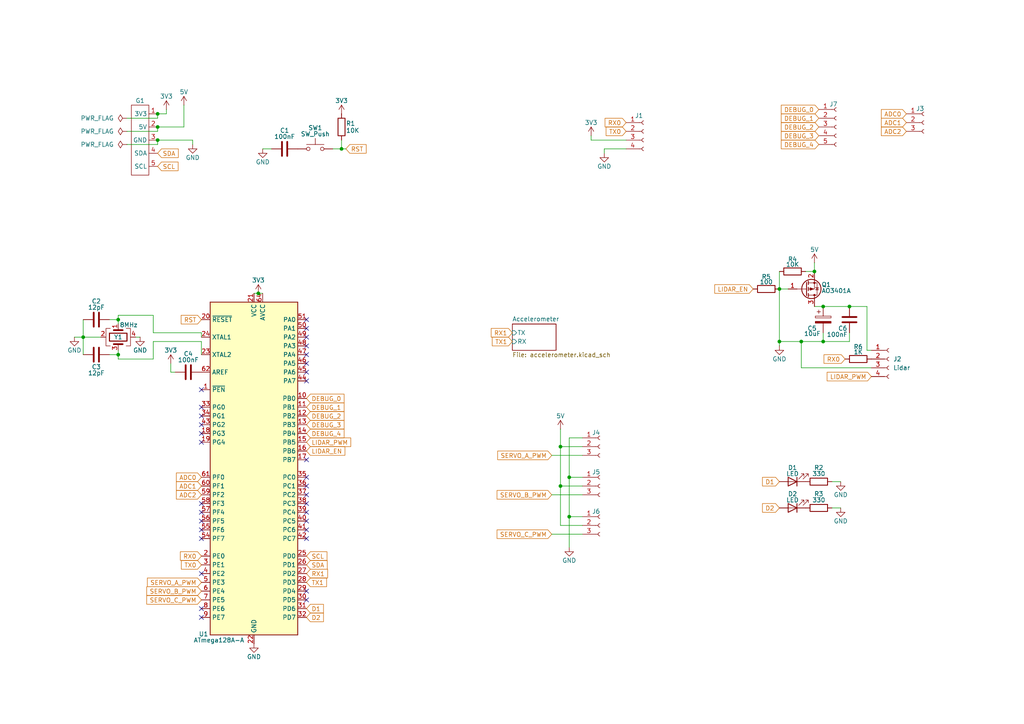
<source format=kicad_sch>
(kicad_sch
	(version 20250114)
	(generator "eeschema")
	(generator_version "9.0")
	(uuid "ddbee91c-d870-4cea-baff-6659bab9b5fd")
	(paper "A4")
	(lib_symbols
		(symbol "Connector:Conn_01x03_Socket"
			(pin_names
				(offset 1.016)
				(hide yes)
			)
			(exclude_from_sim no)
			(in_bom yes)
			(on_board yes)
			(property "Reference" "J"
				(at 0 5.08 0)
				(effects
					(font
						(size 1.27 1.27)
					)
				)
			)
			(property "Value" "Conn_01x03_Socket"
				(at 0 -5.08 0)
				(effects
					(font
						(size 1.27 1.27)
					)
				)
			)
			(property "Footprint" ""
				(at 0 0 0)
				(effects
					(font
						(size 1.27 1.27)
					)
					(hide yes)
				)
			)
			(property "Datasheet" "~"
				(at 0 0 0)
				(effects
					(font
						(size 1.27 1.27)
					)
					(hide yes)
				)
			)
			(property "Description" "Generic connector, single row, 01x03, script generated"
				(at 0 0 0)
				(effects
					(font
						(size 1.27 1.27)
					)
					(hide yes)
				)
			)
			(property "ki_locked" ""
				(at 0 0 0)
				(effects
					(font
						(size 1.27 1.27)
					)
				)
			)
			(property "ki_keywords" "connector"
				(at 0 0 0)
				(effects
					(font
						(size 1.27 1.27)
					)
					(hide yes)
				)
			)
			(property "ki_fp_filters" "Connector*:*_1x??_*"
				(at 0 0 0)
				(effects
					(font
						(size 1.27 1.27)
					)
					(hide yes)
				)
			)
			(symbol "Conn_01x03_Socket_1_1"
				(polyline
					(pts
						(xy -1.27 2.54) (xy -0.508 2.54)
					)
					(stroke
						(width 0.1524)
						(type default)
					)
					(fill
						(type none)
					)
				)
				(polyline
					(pts
						(xy -1.27 0) (xy -0.508 0)
					)
					(stroke
						(width 0.1524)
						(type default)
					)
					(fill
						(type none)
					)
				)
				(polyline
					(pts
						(xy -1.27 -2.54) (xy -0.508 -2.54)
					)
					(stroke
						(width 0.1524)
						(type default)
					)
					(fill
						(type none)
					)
				)
				(arc
					(start 0 2.032)
					(mid -0.5058 2.54)
					(end 0 3.048)
					(stroke
						(width 0.1524)
						(type default)
					)
					(fill
						(type none)
					)
				)
				(arc
					(start 0 -0.508)
					(mid -0.5058 0)
					(end 0 0.508)
					(stroke
						(width 0.1524)
						(type default)
					)
					(fill
						(type none)
					)
				)
				(arc
					(start 0 -3.048)
					(mid -0.5058 -2.54)
					(end 0 -2.032)
					(stroke
						(width 0.1524)
						(type default)
					)
					(fill
						(type none)
					)
				)
				(pin passive line
					(at -5.08 2.54 0)
					(length 3.81)
					(name "Pin_1"
						(effects
							(font
								(size 1.27 1.27)
							)
						)
					)
					(number "1"
						(effects
							(font
								(size 1.27 1.27)
							)
						)
					)
				)
				(pin passive line
					(at -5.08 0 0)
					(length 3.81)
					(name "Pin_2"
						(effects
							(font
								(size 1.27 1.27)
							)
						)
					)
					(number "2"
						(effects
							(font
								(size 1.27 1.27)
							)
						)
					)
				)
				(pin passive line
					(at -5.08 -2.54 0)
					(length 3.81)
					(name "Pin_3"
						(effects
							(font
								(size 1.27 1.27)
							)
						)
					)
					(number "3"
						(effects
							(font
								(size 1.27 1.27)
							)
						)
					)
				)
			)
			(embedded_fonts no)
		)
		(symbol "Connector:Conn_01x04_Socket"
			(pin_names
				(offset 1.016)
				(hide yes)
			)
			(exclude_from_sim no)
			(in_bom yes)
			(on_board yes)
			(property "Reference" "J"
				(at 0 5.08 0)
				(effects
					(font
						(size 1.27 1.27)
					)
				)
			)
			(property "Value" "Conn_01x04_Socket"
				(at 0 -7.62 0)
				(effects
					(font
						(size 1.27 1.27)
					)
				)
			)
			(property "Footprint" ""
				(at 0 0 0)
				(effects
					(font
						(size 1.27 1.27)
					)
					(hide yes)
				)
			)
			(property "Datasheet" "~"
				(at 0 0 0)
				(effects
					(font
						(size 1.27 1.27)
					)
					(hide yes)
				)
			)
			(property "Description" "Generic connector, single row, 01x04, script generated"
				(at 0 0 0)
				(effects
					(font
						(size 1.27 1.27)
					)
					(hide yes)
				)
			)
			(property "ki_locked" ""
				(at 0 0 0)
				(effects
					(font
						(size 1.27 1.27)
					)
				)
			)
			(property "ki_keywords" "connector"
				(at 0 0 0)
				(effects
					(font
						(size 1.27 1.27)
					)
					(hide yes)
				)
			)
			(property "ki_fp_filters" "Connector*:*_1x??_*"
				(at 0 0 0)
				(effects
					(font
						(size 1.27 1.27)
					)
					(hide yes)
				)
			)
			(symbol "Conn_01x04_Socket_1_1"
				(polyline
					(pts
						(xy -1.27 2.54) (xy -0.508 2.54)
					)
					(stroke
						(width 0.1524)
						(type default)
					)
					(fill
						(type none)
					)
				)
				(polyline
					(pts
						(xy -1.27 0) (xy -0.508 0)
					)
					(stroke
						(width 0.1524)
						(type default)
					)
					(fill
						(type none)
					)
				)
				(polyline
					(pts
						(xy -1.27 -2.54) (xy -0.508 -2.54)
					)
					(stroke
						(width 0.1524)
						(type default)
					)
					(fill
						(type none)
					)
				)
				(polyline
					(pts
						(xy -1.27 -5.08) (xy -0.508 -5.08)
					)
					(stroke
						(width 0.1524)
						(type default)
					)
					(fill
						(type none)
					)
				)
				(arc
					(start 0 2.032)
					(mid -0.5058 2.54)
					(end 0 3.048)
					(stroke
						(width 0.1524)
						(type default)
					)
					(fill
						(type none)
					)
				)
				(arc
					(start 0 -0.508)
					(mid -0.5058 0)
					(end 0 0.508)
					(stroke
						(width 0.1524)
						(type default)
					)
					(fill
						(type none)
					)
				)
				(arc
					(start 0 -3.048)
					(mid -0.5058 -2.54)
					(end 0 -2.032)
					(stroke
						(width 0.1524)
						(type default)
					)
					(fill
						(type none)
					)
				)
				(arc
					(start 0 -5.588)
					(mid -0.5058 -5.08)
					(end 0 -4.572)
					(stroke
						(width 0.1524)
						(type default)
					)
					(fill
						(type none)
					)
				)
				(pin passive line
					(at -5.08 2.54 0)
					(length 3.81)
					(name "Pin_1"
						(effects
							(font
								(size 1.27 1.27)
							)
						)
					)
					(number "1"
						(effects
							(font
								(size 1.27 1.27)
							)
						)
					)
				)
				(pin passive line
					(at -5.08 0 0)
					(length 3.81)
					(name "Pin_2"
						(effects
							(font
								(size 1.27 1.27)
							)
						)
					)
					(number "2"
						(effects
							(font
								(size 1.27 1.27)
							)
						)
					)
				)
				(pin passive line
					(at -5.08 -2.54 0)
					(length 3.81)
					(name "Pin_3"
						(effects
							(font
								(size 1.27 1.27)
							)
						)
					)
					(number "3"
						(effects
							(font
								(size 1.27 1.27)
							)
						)
					)
				)
				(pin passive line
					(at -5.08 -5.08 0)
					(length 3.81)
					(name "Pin_4"
						(effects
							(font
								(size 1.27 1.27)
							)
						)
					)
					(number "4"
						(effects
							(font
								(size 1.27 1.27)
							)
						)
					)
				)
			)
			(embedded_fonts no)
		)
		(symbol "Connector:Conn_01x05_Socket"
			(pin_names
				(offset 1.016)
				(hide yes)
			)
			(exclude_from_sim no)
			(in_bom yes)
			(on_board yes)
			(property "Reference" "J"
				(at 0 7.62 0)
				(effects
					(font
						(size 1.27 1.27)
					)
				)
			)
			(property "Value" "Conn_01x05_Socket"
				(at 0 -7.62 0)
				(effects
					(font
						(size 1.27 1.27)
					)
				)
			)
			(property "Footprint" ""
				(at 0 0 0)
				(effects
					(font
						(size 1.27 1.27)
					)
					(hide yes)
				)
			)
			(property "Datasheet" "~"
				(at 0 0 0)
				(effects
					(font
						(size 1.27 1.27)
					)
					(hide yes)
				)
			)
			(property "Description" "Generic connector, single row, 01x05, script generated"
				(at 0 0 0)
				(effects
					(font
						(size 1.27 1.27)
					)
					(hide yes)
				)
			)
			(property "ki_locked" ""
				(at 0 0 0)
				(effects
					(font
						(size 1.27 1.27)
					)
				)
			)
			(property "ki_keywords" "connector"
				(at 0 0 0)
				(effects
					(font
						(size 1.27 1.27)
					)
					(hide yes)
				)
			)
			(property "ki_fp_filters" "Connector*:*_1x??_*"
				(at 0 0 0)
				(effects
					(font
						(size 1.27 1.27)
					)
					(hide yes)
				)
			)
			(symbol "Conn_01x05_Socket_1_1"
				(polyline
					(pts
						(xy -1.27 5.08) (xy -0.508 5.08)
					)
					(stroke
						(width 0.1524)
						(type default)
					)
					(fill
						(type none)
					)
				)
				(polyline
					(pts
						(xy -1.27 2.54) (xy -0.508 2.54)
					)
					(stroke
						(width 0.1524)
						(type default)
					)
					(fill
						(type none)
					)
				)
				(polyline
					(pts
						(xy -1.27 0) (xy -0.508 0)
					)
					(stroke
						(width 0.1524)
						(type default)
					)
					(fill
						(type none)
					)
				)
				(polyline
					(pts
						(xy -1.27 -2.54) (xy -0.508 -2.54)
					)
					(stroke
						(width 0.1524)
						(type default)
					)
					(fill
						(type none)
					)
				)
				(polyline
					(pts
						(xy -1.27 -5.08) (xy -0.508 -5.08)
					)
					(stroke
						(width 0.1524)
						(type default)
					)
					(fill
						(type none)
					)
				)
				(arc
					(start 0 4.572)
					(mid -0.5058 5.08)
					(end 0 5.588)
					(stroke
						(width 0.1524)
						(type default)
					)
					(fill
						(type none)
					)
				)
				(arc
					(start 0 2.032)
					(mid -0.5058 2.54)
					(end 0 3.048)
					(stroke
						(width 0.1524)
						(type default)
					)
					(fill
						(type none)
					)
				)
				(arc
					(start 0 -0.508)
					(mid -0.5058 0)
					(end 0 0.508)
					(stroke
						(width 0.1524)
						(type default)
					)
					(fill
						(type none)
					)
				)
				(arc
					(start 0 -3.048)
					(mid -0.5058 -2.54)
					(end 0 -2.032)
					(stroke
						(width 0.1524)
						(type default)
					)
					(fill
						(type none)
					)
				)
				(arc
					(start 0 -5.588)
					(mid -0.5058 -5.08)
					(end 0 -4.572)
					(stroke
						(width 0.1524)
						(type default)
					)
					(fill
						(type none)
					)
				)
				(pin passive line
					(at -5.08 5.08 0)
					(length 3.81)
					(name "Pin_1"
						(effects
							(font
								(size 1.27 1.27)
							)
						)
					)
					(number "1"
						(effects
							(font
								(size 1.27 1.27)
							)
						)
					)
				)
				(pin passive line
					(at -5.08 2.54 0)
					(length 3.81)
					(name "Pin_2"
						(effects
							(font
								(size 1.27 1.27)
							)
						)
					)
					(number "2"
						(effects
							(font
								(size 1.27 1.27)
							)
						)
					)
				)
				(pin passive line
					(at -5.08 0 0)
					(length 3.81)
					(name "Pin_3"
						(effects
							(font
								(size 1.27 1.27)
							)
						)
					)
					(number "3"
						(effects
							(font
								(size 1.27 1.27)
							)
						)
					)
				)
				(pin passive line
					(at -5.08 -2.54 0)
					(length 3.81)
					(name "Pin_4"
						(effects
							(font
								(size 1.27 1.27)
							)
						)
					)
					(number "4"
						(effects
							(font
								(size 1.27 1.27)
							)
						)
					)
				)
				(pin passive line
					(at -5.08 -5.08 0)
					(length 3.81)
					(name "Pin_5"
						(effects
							(font
								(size 1.27 1.27)
							)
						)
					)
					(number "5"
						(effects
							(font
								(size 1.27 1.27)
							)
						)
					)
				)
			)
			(embedded_fonts no)
		)
		(symbol "Device:C"
			(pin_numbers
				(hide yes)
			)
			(pin_names
				(offset 0.254)
			)
			(exclude_from_sim no)
			(in_bom yes)
			(on_board yes)
			(property "Reference" "C"
				(at 0.635 2.54 0)
				(effects
					(font
						(size 1.27 1.27)
					)
					(justify left)
				)
			)
			(property "Value" "C"
				(at 0.635 -2.54 0)
				(effects
					(font
						(size 1.27 1.27)
					)
					(justify left)
				)
			)
			(property "Footprint" ""
				(at 0.9652 -3.81 0)
				(effects
					(font
						(size 1.27 1.27)
					)
					(hide yes)
				)
			)
			(property "Datasheet" "~"
				(at 0 0 0)
				(effects
					(font
						(size 1.27 1.27)
					)
					(hide yes)
				)
			)
			(property "Description" "Unpolarized capacitor"
				(at 0 0 0)
				(effects
					(font
						(size 1.27 1.27)
					)
					(hide yes)
				)
			)
			(property "ki_keywords" "cap capacitor"
				(at 0 0 0)
				(effects
					(font
						(size 1.27 1.27)
					)
					(hide yes)
				)
			)
			(property "ki_fp_filters" "C_*"
				(at 0 0 0)
				(effects
					(font
						(size 1.27 1.27)
					)
					(hide yes)
				)
			)
			(symbol "C_0_1"
				(polyline
					(pts
						(xy -2.032 0.762) (xy 2.032 0.762)
					)
					(stroke
						(width 0.508)
						(type default)
					)
					(fill
						(type none)
					)
				)
				(polyline
					(pts
						(xy -2.032 -0.762) (xy 2.032 -0.762)
					)
					(stroke
						(width 0.508)
						(type default)
					)
					(fill
						(type none)
					)
				)
			)
			(symbol "C_1_1"
				(pin passive line
					(at 0 3.81 270)
					(length 2.794)
					(name "~"
						(effects
							(font
								(size 1.27 1.27)
							)
						)
					)
					(number "1"
						(effects
							(font
								(size 1.27 1.27)
							)
						)
					)
				)
				(pin passive line
					(at 0 -3.81 90)
					(length 2.794)
					(name "~"
						(effects
							(font
								(size 1.27 1.27)
							)
						)
					)
					(number "2"
						(effects
							(font
								(size 1.27 1.27)
							)
						)
					)
				)
			)
			(embedded_fonts no)
		)
		(symbol "Device:C_Polarized"
			(pin_numbers
				(hide yes)
			)
			(pin_names
				(offset 0.254)
			)
			(exclude_from_sim no)
			(in_bom yes)
			(on_board yes)
			(property "Reference" "C"
				(at 0.635 2.54 0)
				(effects
					(font
						(size 1.27 1.27)
					)
					(justify left)
				)
			)
			(property "Value" "C_Polarized"
				(at 0.635 -2.54 0)
				(effects
					(font
						(size 1.27 1.27)
					)
					(justify left)
				)
			)
			(property "Footprint" ""
				(at 0.9652 -3.81 0)
				(effects
					(font
						(size 1.27 1.27)
					)
					(hide yes)
				)
			)
			(property "Datasheet" "~"
				(at 0 0 0)
				(effects
					(font
						(size 1.27 1.27)
					)
					(hide yes)
				)
			)
			(property "Description" "Polarized capacitor"
				(at 0 0 0)
				(effects
					(font
						(size 1.27 1.27)
					)
					(hide yes)
				)
			)
			(property "ki_keywords" "cap capacitor"
				(at 0 0 0)
				(effects
					(font
						(size 1.27 1.27)
					)
					(hide yes)
				)
			)
			(property "ki_fp_filters" "CP_*"
				(at 0 0 0)
				(effects
					(font
						(size 1.27 1.27)
					)
					(hide yes)
				)
			)
			(symbol "C_Polarized_0_1"
				(rectangle
					(start -2.286 0.508)
					(end 2.286 1.016)
					(stroke
						(width 0)
						(type default)
					)
					(fill
						(type none)
					)
				)
				(polyline
					(pts
						(xy -1.778 2.286) (xy -0.762 2.286)
					)
					(stroke
						(width 0)
						(type default)
					)
					(fill
						(type none)
					)
				)
				(polyline
					(pts
						(xy -1.27 2.794) (xy -1.27 1.778)
					)
					(stroke
						(width 0)
						(type default)
					)
					(fill
						(type none)
					)
				)
				(rectangle
					(start 2.286 -0.508)
					(end -2.286 -1.016)
					(stroke
						(width 0)
						(type default)
					)
					(fill
						(type outline)
					)
				)
			)
			(symbol "C_Polarized_1_1"
				(pin passive line
					(at 0 3.81 270)
					(length 2.794)
					(name "~"
						(effects
							(font
								(size 1.27 1.27)
							)
						)
					)
					(number "1"
						(effects
							(font
								(size 1.27 1.27)
							)
						)
					)
				)
				(pin passive line
					(at 0 -3.81 90)
					(length 2.794)
					(name "~"
						(effects
							(font
								(size 1.27 1.27)
							)
						)
					)
					(number "2"
						(effects
							(font
								(size 1.27 1.27)
							)
						)
					)
				)
			)
			(embedded_fonts no)
		)
		(symbol "Device:Crystal_GND24"
			(pin_names
				(offset 1.016)
				(hide yes)
			)
			(exclude_from_sim no)
			(in_bom yes)
			(on_board yes)
			(property "Reference" "Y"
				(at 3.175 5.08 0)
				(effects
					(font
						(size 1.27 1.27)
					)
					(justify left)
				)
			)
			(property "Value" "Crystal_GND24"
				(at 3.175 3.175 0)
				(effects
					(font
						(size 1.27 1.27)
					)
					(justify left)
				)
			)
			(property "Footprint" ""
				(at 0 0 0)
				(effects
					(font
						(size 1.27 1.27)
					)
					(hide yes)
				)
			)
			(property "Datasheet" "~"
				(at 0 0 0)
				(effects
					(font
						(size 1.27 1.27)
					)
					(hide yes)
				)
			)
			(property "Description" "Four pin crystal, GND on pins 2 and 4"
				(at 0 0 0)
				(effects
					(font
						(size 1.27 1.27)
					)
					(hide yes)
				)
			)
			(property "ki_keywords" "quartz ceramic resonator oscillator"
				(at 0 0 0)
				(effects
					(font
						(size 1.27 1.27)
					)
					(hide yes)
				)
			)
			(property "ki_fp_filters" "Crystal*"
				(at 0 0 0)
				(effects
					(font
						(size 1.27 1.27)
					)
					(hide yes)
				)
			)
			(symbol "Crystal_GND24_0_1"
				(polyline
					(pts
						(xy -2.54 2.286) (xy -2.54 3.556) (xy 2.54 3.556) (xy 2.54 2.286)
					)
					(stroke
						(width 0)
						(type default)
					)
					(fill
						(type none)
					)
				)
				(polyline
					(pts
						(xy -2.54 0) (xy -2.032 0)
					)
					(stroke
						(width 0)
						(type default)
					)
					(fill
						(type none)
					)
				)
				(polyline
					(pts
						(xy -2.54 -2.286) (xy -2.54 -3.556) (xy 2.54 -3.556) (xy 2.54 -2.286)
					)
					(stroke
						(width 0)
						(type default)
					)
					(fill
						(type none)
					)
				)
				(polyline
					(pts
						(xy -2.032 -1.27) (xy -2.032 1.27)
					)
					(stroke
						(width 0.508)
						(type default)
					)
					(fill
						(type none)
					)
				)
				(rectangle
					(start -1.143 2.54)
					(end 1.143 -2.54)
					(stroke
						(width 0.3048)
						(type default)
					)
					(fill
						(type none)
					)
				)
				(polyline
					(pts
						(xy 0 3.556) (xy 0 3.81)
					)
					(stroke
						(width 0)
						(type default)
					)
					(fill
						(type none)
					)
				)
				(polyline
					(pts
						(xy 0 -3.81) (xy 0 -3.556)
					)
					(stroke
						(width 0)
						(type default)
					)
					(fill
						(type none)
					)
				)
				(polyline
					(pts
						(xy 2.032 0) (xy 2.54 0)
					)
					(stroke
						(width 0)
						(type default)
					)
					(fill
						(type none)
					)
				)
				(polyline
					(pts
						(xy 2.032 -1.27) (xy 2.032 1.27)
					)
					(stroke
						(width 0.508)
						(type default)
					)
					(fill
						(type none)
					)
				)
			)
			(symbol "Crystal_GND24_1_1"
				(pin passive line
					(at -3.81 0 0)
					(length 1.27)
					(name "1"
						(effects
							(font
								(size 1.27 1.27)
							)
						)
					)
					(number "1"
						(effects
							(font
								(size 1.27 1.27)
							)
						)
					)
				)
				(pin passive line
					(at 0 5.08 270)
					(length 1.27)
					(name "2"
						(effects
							(font
								(size 1.27 1.27)
							)
						)
					)
					(number "2"
						(effects
							(font
								(size 1.27 1.27)
							)
						)
					)
				)
				(pin passive line
					(at 0 -5.08 90)
					(length 1.27)
					(name "4"
						(effects
							(font
								(size 1.27 1.27)
							)
						)
					)
					(number "4"
						(effects
							(font
								(size 1.27 1.27)
							)
						)
					)
				)
				(pin passive line
					(at 3.81 0 180)
					(length 1.27)
					(name "3"
						(effects
							(font
								(size 1.27 1.27)
							)
						)
					)
					(number "3"
						(effects
							(font
								(size 1.27 1.27)
							)
						)
					)
				)
			)
			(embedded_fonts no)
		)
		(symbol "Device:LED"
			(pin_numbers
				(hide yes)
			)
			(pin_names
				(offset 1.016)
				(hide yes)
			)
			(exclude_from_sim no)
			(in_bom yes)
			(on_board yes)
			(property "Reference" "D"
				(at 0 2.54 0)
				(effects
					(font
						(size 1.27 1.27)
					)
				)
			)
			(property "Value" "LED"
				(at 0 -2.54 0)
				(effects
					(font
						(size 1.27 1.27)
					)
				)
			)
			(property "Footprint" ""
				(at 0 0 0)
				(effects
					(font
						(size 1.27 1.27)
					)
					(hide yes)
				)
			)
			(property "Datasheet" "~"
				(at 0 0 0)
				(effects
					(font
						(size 1.27 1.27)
					)
					(hide yes)
				)
			)
			(property "Description" "Light emitting diode"
				(at 0 0 0)
				(effects
					(font
						(size 1.27 1.27)
					)
					(hide yes)
				)
			)
			(property "Sim.Pins" "1=K 2=A"
				(at 0 0 0)
				(effects
					(font
						(size 1.27 1.27)
					)
					(hide yes)
				)
			)
			(property "ki_keywords" "LED diode"
				(at 0 0 0)
				(effects
					(font
						(size 1.27 1.27)
					)
					(hide yes)
				)
			)
			(property "ki_fp_filters" "LED* LED_SMD:* LED_THT:*"
				(at 0 0 0)
				(effects
					(font
						(size 1.27 1.27)
					)
					(hide yes)
				)
			)
			(symbol "LED_0_1"
				(polyline
					(pts
						(xy -3.048 -0.762) (xy -4.572 -2.286) (xy -3.81 -2.286) (xy -4.572 -2.286) (xy -4.572 -1.524)
					)
					(stroke
						(width 0)
						(type default)
					)
					(fill
						(type none)
					)
				)
				(polyline
					(pts
						(xy -1.778 -0.762) (xy -3.302 -2.286) (xy -2.54 -2.286) (xy -3.302 -2.286) (xy -3.302 -1.524)
					)
					(stroke
						(width 0)
						(type default)
					)
					(fill
						(type none)
					)
				)
				(polyline
					(pts
						(xy -1.27 0) (xy 1.27 0)
					)
					(stroke
						(width 0)
						(type default)
					)
					(fill
						(type none)
					)
				)
				(polyline
					(pts
						(xy -1.27 -1.27) (xy -1.27 1.27)
					)
					(stroke
						(width 0.254)
						(type default)
					)
					(fill
						(type none)
					)
				)
				(polyline
					(pts
						(xy 1.27 -1.27) (xy 1.27 1.27) (xy -1.27 0) (xy 1.27 -1.27)
					)
					(stroke
						(width 0.254)
						(type default)
					)
					(fill
						(type none)
					)
				)
			)
			(symbol "LED_1_1"
				(pin passive line
					(at -3.81 0 0)
					(length 2.54)
					(name "K"
						(effects
							(font
								(size 1.27 1.27)
							)
						)
					)
					(number "1"
						(effects
							(font
								(size 1.27 1.27)
							)
						)
					)
				)
				(pin passive line
					(at 3.81 0 180)
					(length 2.54)
					(name "A"
						(effects
							(font
								(size 1.27 1.27)
							)
						)
					)
					(number "2"
						(effects
							(font
								(size 1.27 1.27)
							)
						)
					)
				)
			)
			(embedded_fonts no)
		)
		(symbol "Device:R"
			(pin_numbers
				(hide yes)
			)
			(pin_names
				(offset 0)
			)
			(exclude_from_sim no)
			(in_bom yes)
			(on_board yes)
			(property "Reference" "R"
				(at 2.032 0 90)
				(effects
					(font
						(size 1.27 1.27)
					)
				)
			)
			(property "Value" "R"
				(at 0 0 90)
				(effects
					(font
						(size 1.27 1.27)
					)
				)
			)
			(property "Footprint" ""
				(at -1.778 0 90)
				(effects
					(font
						(size 1.27 1.27)
					)
					(hide yes)
				)
			)
			(property "Datasheet" "~"
				(at 0 0 0)
				(effects
					(font
						(size 1.27 1.27)
					)
					(hide yes)
				)
			)
			(property "Description" "Resistor"
				(at 0 0 0)
				(effects
					(font
						(size 1.27 1.27)
					)
					(hide yes)
				)
			)
			(property "ki_keywords" "R res resistor"
				(at 0 0 0)
				(effects
					(font
						(size 1.27 1.27)
					)
					(hide yes)
				)
			)
			(property "ki_fp_filters" "R_*"
				(at 0 0 0)
				(effects
					(font
						(size 1.27 1.27)
					)
					(hide yes)
				)
			)
			(symbol "R_0_1"
				(rectangle
					(start -1.016 -2.54)
					(end 1.016 2.54)
					(stroke
						(width 0.254)
						(type default)
					)
					(fill
						(type none)
					)
				)
			)
			(symbol "R_1_1"
				(pin passive line
					(at 0 3.81 270)
					(length 1.27)
					(name "~"
						(effects
							(font
								(size 1.27 1.27)
							)
						)
					)
					(number "1"
						(effects
							(font
								(size 1.27 1.27)
							)
						)
					)
				)
				(pin passive line
					(at 0 -3.81 90)
					(length 1.27)
					(name "~"
						(effects
							(font
								(size 1.27 1.27)
							)
						)
					)
					(number "2"
						(effects
							(font
								(size 1.27 1.27)
							)
						)
					)
				)
			)
			(embedded_fonts no)
		)
		(symbol "MCU_Microchip_ATmega:ATmega128A-A"
			(exclude_from_sim no)
			(in_bom yes)
			(on_board yes)
			(property "Reference" "U"
				(at -12.7 49.53 0)
				(effects
					(font
						(size 1.27 1.27)
					)
					(justify left bottom)
				)
			)
			(property "Value" "ATmega128A-A"
				(at 2.54 -49.53 0)
				(effects
					(font
						(size 1.27 1.27)
					)
					(justify left top)
				)
			)
			(property "Footprint" "Package_QFP:TQFP-64_14x14mm_P0.8mm"
				(at 0 0 0)
				(effects
					(font
						(size 1.27 1.27)
						(italic yes)
					)
					(hide yes)
				)
			)
			(property "Datasheet" "http://ww1.microchip.com/downloads/en/DeviceDoc/Atmel-8151-8-bit-AVR-ATmega128A_Datasheet.pdf"
				(at 0 0 0)
				(effects
					(font
						(size 1.27 1.27)
					)
					(hide yes)
				)
			)
			(property "Description" "16MHz, 128kB Flash, 4kB SRAM, 4kB EEPROM, TQFP-64"
				(at 0 0 0)
				(effects
					(font
						(size 1.27 1.27)
					)
					(hide yes)
				)
			)
			(property "ki_keywords" "AVR 8bit Microcontroller MegaAVR"
				(at 0 0 0)
				(effects
					(font
						(size 1.27 1.27)
					)
					(hide yes)
				)
			)
			(property "ki_fp_filters" "TQFP*14x14mm*P0.8mm*"
				(at 0 0 0)
				(effects
					(font
						(size 1.27 1.27)
					)
					(hide yes)
				)
			)
			(symbol "ATmega128A-A_0_1"
				(rectangle
					(start -12.7 -48.26)
					(end 12.7 48.26)
					(stroke
						(width 0.254)
						(type default)
					)
					(fill
						(type background)
					)
				)
			)
			(symbol "ATmega128A-A_1_1"
				(pin input line
					(at -15.24 43.18 0)
					(length 2.54)
					(name "~{RESET}"
						(effects
							(font
								(size 1.27 1.27)
							)
						)
					)
					(number "20"
						(effects
							(font
								(size 1.27 1.27)
							)
						)
					)
				)
				(pin input line
					(at -15.24 38.1 0)
					(length 2.54)
					(name "XTAL1"
						(effects
							(font
								(size 1.27 1.27)
							)
						)
					)
					(number "24"
						(effects
							(font
								(size 1.27 1.27)
							)
						)
					)
				)
				(pin output line
					(at -15.24 33.02 0)
					(length 2.54)
					(name "XTAL2"
						(effects
							(font
								(size 1.27 1.27)
							)
						)
					)
					(number "23"
						(effects
							(font
								(size 1.27 1.27)
							)
						)
					)
				)
				(pin passive line
					(at -15.24 27.94 0)
					(length 2.54)
					(name "AREF"
						(effects
							(font
								(size 1.27 1.27)
							)
						)
					)
					(number "62"
						(effects
							(font
								(size 1.27 1.27)
							)
						)
					)
				)
				(pin input line
					(at -15.24 22.86 0)
					(length 2.54)
					(name "~{PEN}"
						(effects
							(font
								(size 1.27 1.27)
							)
						)
					)
					(number "1"
						(effects
							(font
								(size 1.27 1.27)
							)
						)
					)
				)
				(pin bidirectional line
					(at -15.24 17.78 0)
					(length 2.54)
					(name "PG0"
						(effects
							(font
								(size 1.27 1.27)
							)
						)
					)
					(number "33"
						(effects
							(font
								(size 1.27 1.27)
							)
						)
					)
				)
				(pin bidirectional line
					(at -15.24 15.24 0)
					(length 2.54)
					(name "PG1"
						(effects
							(font
								(size 1.27 1.27)
							)
						)
					)
					(number "34"
						(effects
							(font
								(size 1.27 1.27)
							)
						)
					)
				)
				(pin bidirectional line
					(at -15.24 12.7 0)
					(length 2.54)
					(name "PG2"
						(effects
							(font
								(size 1.27 1.27)
							)
						)
					)
					(number "43"
						(effects
							(font
								(size 1.27 1.27)
							)
						)
					)
				)
				(pin bidirectional line
					(at -15.24 10.16 0)
					(length 2.54)
					(name "PG3"
						(effects
							(font
								(size 1.27 1.27)
							)
						)
					)
					(number "18"
						(effects
							(font
								(size 1.27 1.27)
							)
						)
					)
				)
				(pin bidirectional line
					(at -15.24 7.62 0)
					(length 2.54)
					(name "PG4"
						(effects
							(font
								(size 1.27 1.27)
							)
						)
					)
					(number "19"
						(effects
							(font
								(size 1.27 1.27)
							)
						)
					)
				)
				(pin bidirectional line
					(at -15.24 -2.54 0)
					(length 2.54)
					(name "PF0"
						(effects
							(font
								(size 1.27 1.27)
							)
						)
					)
					(number "61"
						(effects
							(font
								(size 1.27 1.27)
							)
						)
					)
				)
				(pin bidirectional line
					(at -15.24 -5.08 0)
					(length 2.54)
					(name "PF1"
						(effects
							(font
								(size 1.27 1.27)
							)
						)
					)
					(number "60"
						(effects
							(font
								(size 1.27 1.27)
							)
						)
					)
				)
				(pin bidirectional line
					(at -15.24 -7.62 0)
					(length 2.54)
					(name "PF2"
						(effects
							(font
								(size 1.27 1.27)
							)
						)
					)
					(number "59"
						(effects
							(font
								(size 1.27 1.27)
							)
						)
					)
				)
				(pin bidirectional line
					(at -15.24 -10.16 0)
					(length 2.54)
					(name "PF3"
						(effects
							(font
								(size 1.27 1.27)
							)
						)
					)
					(number "58"
						(effects
							(font
								(size 1.27 1.27)
							)
						)
					)
				)
				(pin bidirectional line
					(at -15.24 -12.7 0)
					(length 2.54)
					(name "PF4"
						(effects
							(font
								(size 1.27 1.27)
							)
						)
					)
					(number "57"
						(effects
							(font
								(size 1.27 1.27)
							)
						)
					)
				)
				(pin bidirectional line
					(at -15.24 -15.24 0)
					(length 2.54)
					(name "PF5"
						(effects
							(font
								(size 1.27 1.27)
							)
						)
					)
					(number "56"
						(effects
							(font
								(size 1.27 1.27)
							)
						)
					)
				)
				(pin bidirectional line
					(at -15.24 -17.78 0)
					(length 2.54)
					(name "PF6"
						(effects
							(font
								(size 1.27 1.27)
							)
						)
					)
					(number "55"
						(effects
							(font
								(size 1.27 1.27)
							)
						)
					)
				)
				(pin bidirectional line
					(at -15.24 -20.32 0)
					(length 2.54)
					(name "PF7"
						(effects
							(font
								(size 1.27 1.27)
							)
						)
					)
					(number "54"
						(effects
							(font
								(size 1.27 1.27)
							)
						)
					)
				)
				(pin bidirectional line
					(at -15.24 -25.4 0)
					(length 2.54)
					(name "PE0"
						(effects
							(font
								(size 1.27 1.27)
							)
						)
					)
					(number "2"
						(effects
							(font
								(size 1.27 1.27)
							)
						)
					)
				)
				(pin bidirectional line
					(at -15.24 -27.94 0)
					(length 2.54)
					(name "PE1"
						(effects
							(font
								(size 1.27 1.27)
							)
						)
					)
					(number "3"
						(effects
							(font
								(size 1.27 1.27)
							)
						)
					)
				)
				(pin bidirectional line
					(at -15.24 -30.48 0)
					(length 2.54)
					(name "PE2"
						(effects
							(font
								(size 1.27 1.27)
							)
						)
					)
					(number "4"
						(effects
							(font
								(size 1.27 1.27)
							)
						)
					)
				)
				(pin bidirectional line
					(at -15.24 -33.02 0)
					(length 2.54)
					(name "PE3"
						(effects
							(font
								(size 1.27 1.27)
							)
						)
					)
					(number "5"
						(effects
							(font
								(size 1.27 1.27)
							)
						)
					)
				)
				(pin bidirectional line
					(at -15.24 -35.56 0)
					(length 2.54)
					(name "PE4"
						(effects
							(font
								(size 1.27 1.27)
							)
						)
					)
					(number "6"
						(effects
							(font
								(size 1.27 1.27)
							)
						)
					)
				)
				(pin bidirectional line
					(at -15.24 -38.1 0)
					(length 2.54)
					(name "PE5"
						(effects
							(font
								(size 1.27 1.27)
							)
						)
					)
					(number "7"
						(effects
							(font
								(size 1.27 1.27)
							)
						)
					)
				)
				(pin bidirectional line
					(at -15.24 -40.64 0)
					(length 2.54)
					(name "PE6"
						(effects
							(font
								(size 1.27 1.27)
							)
						)
					)
					(number "8"
						(effects
							(font
								(size 1.27 1.27)
							)
						)
					)
				)
				(pin bidirectional line
					(at -15.24 -43.18 0)
					(length 2.54)
					(name "PE7"
						(effects
							(font
								(size 1.27 1.27)
							)
						)
					)
					(number "9"
						(effects
							(font
								(size 1.27 1.27)
							)
						)
					)
				)
				(pin power_in line
					(at 0 50.8 270)
					(length 2.54)
					(name "VCC"
						(effects
							(font
								(size 1.27 1.27)
							)
						)
					)
					(number "21"
						(effects
							(font
								(size 1.27 1.27)
							)
						)
					)
				)
				(pin passive line
					(at 0 50.8 270)
					(length 2.54)
					(hide yes)
					(name "VCC"
						(effects
							(font
								(size 1.27 1.27)
							)
						)
					)
					(number "52"
						(effects
							(font
								(size 1.27 1.27)
							)
						)
					)
				)
				(pin power_in line
					(at 0 -50.8 90)
					(length 2.54)
					(name "GND"
						(effects
							(font
								(size 1.27 1.27)
							)
						)
					)
					(number "22"
						(effects
							(font
								(size 1.27 1.27)
							)
						)
					)
				)
				(pin passive line
					(at 0 -50.8 90)
					(length 2.54)
					(hide yes)
					(name "GND"
						(effects
							(font
								(size 1.27 1.27)
							)
						)
					)
					(number "53"
						(effects
							(font
								(size 1.27 1.27)
							)
						)
					)
				)
				(pin passive line
					(at 0 -50.8 90)
					(length 2.54)
					(hide yes)
					(name "GND"
						(effects
							(font
								(size 1.27 1.27)
							)
						)
					)
					(number "63"
						(effects
							(font
								(size 1.27 1.27)
							)
						)
					)
				)
				(pin power_in line
					(at 2.54 50.8 270)
					(length 2.54)
					(name "AVCC"
						(effects
							(font
								(size 1.27 1.27)
							)
						)
					)
					(number "64"
						(effects
							(font
								(size 1.27 1.27)
							)
						)
					)
				)
				(pin bidirectional line
					(at 15.24 43.18 180)
					(length 2.54)
					(name "PA0"
						(effects
							(font
								(size 1.27 1.27)
							)
						)
					)
					(number "51"
						(effects
							(font
								(size 1.27 1.27)
							)
						)
					)
				)
				(pin bidirectional line
					(at 15.24 40.64 180)
					(length 2.54)
					(name "PA1"
						(effects
							(font
								(size 1.27 1.27)
							)
						)
					)
					(number "50"
						(effects
							(font
								(size 1.27 1.27)
							)
						)
					)
				)
				(pin bidirectional line
					(at 15.24 38.1 180)
					(length 2.54)
					(name "PA2"
						(effects
							(font
								(size 1.27 1.27)
							)
						)
					)
					(number "49"
						(effects
							(font
								(size 1.27 1.27)
							)
						)
					)
				)
				(pin bidirectional line
					(at 15.24 35.56 180)
					(length 2.54)
					(name "PA3"
						(effects
							(font
								(size 1.27 1.27)
							)
						)
					)
					(number "48"
						(effects
							(font
								(size 1.27 1.27)
							)
						)
					)
				)
				(pin bidirectional line
					(at 15.24 33.02 180)
					(length 2.54)
					(name "PA4"
						(effects
							(font
								(size 1.27 1.27)
							)
						)
					)
					(number "47"
						(effects
							(font
								(size 1.27 1.27)
							)
						)
					)
				)
				(pin bidirectional line
					(at 15.24 30.48 180)
					(length 2.54)
					(name "PA5"
						(effects
							(font
								(size 1.27 1.27)
							)
						)
					)
					(number "46"
						(effects
							(font
								(size 1.27 1.27)
							)
						)
					)
				)
				(pin bidirectional line
					(at 15.24 27.94 180)
					(length 2.54)
					(name "PA6"
						(effects
							(font
								(size 1.27 1.27)
							)
						)
					)
					(number "45"
						(effects
							(font
								(size 1.27 1.27)
							)
						)
					)
				)
				(pin bidirectional line
					(at 15.24 25.4 180)
					(length 2.54)
					(name "PA7"
						(effects
							(font
								(size 1.27 1.27)
							)
						)
					)
					(number "44"
						(effects
							(font
								(size 1.27 1.27)
							)
						)
					)
				)
				(pin bidirectional line
					(at 15.24 20.32 180)
					(length 2.54)
					(name "PB0"
						(effects
							(font
								(size 1.27 1.27)
							)
						)
					)
					(number "10"
						(effects
							(font
								(size 1.27 1.27)
							)
						)
					)
				)
				(pin bidirectional line
					(at 15.24 17.78 180)
					(length 2.54)
					(name "PB1"
						(effects
							(font
								(size 1.27 1.27)
							)
						)
					)
					(number "11"
						(effects
							(font
								(size 1.27 1.27)
							)
						)
					)
				)
				(pin bidirectional line
					(at 15.24 15.24 180)
					(length 2.54)
					(name "PB2"
						(effects
							(font
								(size 1.27 1.27)
							)
						)
					)
					(number "12"
						(effects
							(font
								(size 1.27 1.27)
							)
						)
					)
				)
				(pin bidirectional line
					(at 15.24 12.7 180)
					(length 2.54)
					(name "PB3"
						(effects
							(font
								(size 1.27 1.27)
							)
						)
					)
					(number "13"
						(effects
							(font
								(size 1.27 1.27)
							)
						)
					)
				)
				(pin bidirectional line
					(at 15.24 10.16 180)
					(length 2.54)
					(name "PB4"
						(effects
							(font
								(size 1.27 1.27)
							)
						)
					)
					(number "14"
						(effects
							(font
								(size 1.27 1.27)
							)
						)
					)
				)
				(pin bidirectional line
					(at 15.24 7.62 180)
					(length 2.54)
					(name "PB5"
						(effects
							(font
								(size 1.27 1.27)
							)
						)
					)
					(number "15"
						(effects
							(font
								(size 1.27 1.27)
							)
						)
					)
				)
				(pin bidirectional line
					(at 15.24 5.08 180)
					(length 2.54)
					(name "PB6"
						(effects
							(font
								(size 1.27 1.27)
							)
						)
					)
					(number "16"
						(effects
							(font
								(size 1.27 1.27)
							)
						)
					)
				)
				(pin bidirectional line
					(at 15.24 2.54 180)
					(length 2.54)
					(name "PB7"
						(effects
							(font
								(size 1.27 1.27)
							)
						)
					)
					(number "17"
						(effects
							(font
								(size 1.27 1.27)
							)
						)
					)
				)
				(pin bidirectional line
					(at 15.24 -2.54 180)
					(length 2.54)
					(name "PC0"
						(effects
							(font
								(size 1.27 1.27)
							)
						)
					)
					(number "35"
						(effects
							(font
								(size 1.27 1.27)
							)
						)
					)
				)
				(pin bidirectional line
					(at 15.24 -5.08 180)
					(length 2.54)
					(name "PC1"
						(effects
							(font
								(size 1.27 1.27)
							)
						)
					)
					(number "36"
						(effects
							(font
								(size 1.27 1.27)
							)
						)
					)
				)
				(pin bidirectional line
					(at 15.24 -7.62 180)
					(length 2.54)
					(name "PC2"
						(effects
							(font
								(size 1.27 1.27)
							)
						)
					)
					(number "37"
						(effects
							(font
								(size 1.27 1.27)
							)
						)
					)
				)
				(pin bidirectional line
					(at 15.24 -10.16 180)
					(length 2.54)
					(name "PC3"
						(effects
							(font
								(size 1.27 1.27)
							)
						)
					)
					(number "38"
						(effects
							(font
								(size 1.27 1.27)
							)
						)
					)
				)
				(pin bidirectional line
					(at 15.24 -12.7 180)
					(length 2.54)
					(name "PC4"
						(effects
							(font
								(size 1.27 1.27)
							)
						)
					)
					(number "39"
						(effects
							(font
								(size 1.27 1.27)
							)
						)
					)
				)
				(pin bidirectional line
					(at 15.24 -15.24 180)
					(length 2.54)
					(name "PC5"
						(effects
							(font
								(size 1.27 1.27)
							)
						)
					)
					(number "40"
						(effects
							(font
								(size 1.27 1.27)
							)
						)
					)
				)
				(pin bidirectional line
					(at 15.24 -17.78 180)
					(length 2.54)
					(name "PC6"
						(effects
							(font
								(size 1.27 1.27)
							)
						)
					)
					(number "41"
						(effects
							(font
								(size 1.27 1.27)
							)
						)
					)
				)
				(pin bidirectional line
					(at 15.24 -20.32 180)
					(length 2.54)
					(name "PC7"
						(effects
							(font
								(size 1.27 1.27)
							)
						)
					)
					(number "42"
						(effects
							(font
								(size 1.27 1.27)
							)
						)
					)
				)
				(pin bidirectional line
					(at 15.24 -25.4 180)
					(length 2.54)
					(name "PD0"
						(effects
							(font
								(size 1.27 1.27)
							)
						)
					)
					(number "25"
						(effects
							(font
								(size 1.27 1.27)
							)
						)
					)
				)
				(pin bidirectional line
					(at 15.24 -27.94 180)
					(length 2.54)
					(name "PD1"
						(effects
							(font
								(size 1.27 1.27)
							)
						)
					)
					(number "26"
						(effects
							(font
								(size 1.27 1.27)
							)
						)
					)
				)
				(pin bidirectional line
					(at 15.24 -30.48 180)
					(length 2.54)
					(name "PD2"
						(effects
							(font
								(size 1.27 1.27)
							)
						)
					)
					(number "27"
						(effects
							(font
								(size 1.27 1.27)
							)
						)
					)
				)
				(pin bidirectional line
					(at 15.24 -33.02 180)
					(length 2.54)
					(name "PD3"
						(effects
							(font
								(size 1.27 1.27)
							)
						)
					)
					(number "28"
						(effects
							(font
								(size 1.27 1.27)
							)
						)
					)
				)
				(pin bidirectional line
					(at 15.24 -35.56 180)
					(length 2.54)
					(name "PD4"
						(effects
							(font
								(size 1.27 1.27)
							)
						)
					)
					(number "29"
						(effects
							(font
								(size 1.27 1.27)
							)
						)
					)
				)
				(pin bidirectional line
					(at 15.24 -38.1 180)
					(length 2.54)
					(name "PD5"
						(effects
							(font
								(size 1.27 1.27)
							)
						)
					)
					(number "30"
						(effects
							(font
								(size 1.27 1.27)
							)
						)
					)
				)
				(pin bidirectional line
					(at 15.24 -40.64 180)
					(length 2.54)
					(name "PD6"
						(effects
							(font
								(size 1.27 1.27)
							)
						)
					)
					(number "31"
						(effects
							(font
								(size 1.27 1.27)
							)
						)
					)
				)
				(pin bidirectional line
					(at 15.24 -43.18 180)
					(length 2.54)
					(name "PD7"
						(effects
							(font
								(size 1.27 1.27)
							)
						)
					)
					(number "32"
						(effects
							(font
								(size 1.27 1.27)
							)
						)
					)
				)
			)
			(embedded_fonts no)
		)
		(symbol "Switch:SW_Push"
			(pin_numbers
				(hide yes)
			)
			(pin_names
				(offset 1.016)
				(hide yes)
			)
			(exclude_from_sim no)
			(in_bom yes)
			(on_board yes)
			(property "Reference" "SW"
				(at 1.27 2.54 0)
				(effects
					(font
						(size 1.27 1.27)
					)
					(justify left)
				)
			)
			(property "Value" "SW_Push"
				(at 0 -1.524 0)
				(effects
					(font
						(size 1.27 1.27)
					)
				)
			)
			(property "Footprint" ""
				(at 0 5.08 0)
				(effects
					(font
						(size 1.27 1.27)
					)
					(hide yes)
				)
			)
			(property "Datasheet" "~"
				(at 0 5.08 0)
				(effects
					(font
						(size 1.27 1.27)
					)
					(hide yes)
				)
			)
			(property "Description" "Push button switch, generic, two pins"
				(at 0 0 0)
				(effects
					(font
						(size 1.27 1.27)
					)
					(hide yes)
				)
			)
			(property "ki_keywords" "switch normally-open pushbutton push-button"
				(at 0 0 0)
				(effects
					(font
						(size 1.27 1.27)
					)
					(hide yes)
				)
			)
			(symbol "SW_Push_0_1"
				(circle
					(center -2.032 0)
					(radius 0.508)
					(stroke
						(width 0)
						(type default)
					)
					(fill
						(type none)
					)
				)
				(polyline
					(pts
						(xy 0 1.27) (xy 0 3.048)
					)
					(stroke
						(width 0)
						(type default)
					)
					(fill
						(type none)
					)
				)
				(circle
					(center 2.032 0)
					(radius 0.508)
					(stroke
						(width 0)
						(type default)
					)
					(fill
						(type none)
					)
				)
				(polyline
					(pts
						(xy 2.54 1.27) (xy -2.54 1.27)
					)
					(stroke
						(width 0)
						(type default)
					)
					(fill
						(type none)
					)
				)
				(pin passive line
					(at -5.08 0 0)
					(length 2.54)
					(name "1"
						(effects
							(font
								(size 1.27 1.27)
							)
						)
					)
					(number "1"
						(effects
							(font
								(size 1.27 1.27)
							)
						)
					)
				)
				(pin passive line
					(at 5.08 0 180)
					(length 2.54)
					(name "2"
						(effects
							(font
								(size 1.27 1.27)
							)
						)
					)
					(number "2"
						(effects
							(font
								(size 1.27 1.27)
							)
						)
					)
				)
			)
			(embedded_fonts no)
		)
		(symbol "Transistor_FET:AO3401A"
			(pin_names
				(hide yes)
			)
			(exclude_from_sim no)
			(in_bom yes)
			(on_board yes)
			(property "Reference" "Q"
				(at 5.08 1.905 0)
				(effects
					(font
						(size 1.27 1.27)
					)
					(justify left)
				)
			)
			(property "Value" "AO3401A"
				(at 5.08 0 0)
				(effects
					(font
						(size 1.27 1.27)
					)
					(justify left)
				)
			)
			(property "Footprint" "Package_TO_SOT_SMD:SOT-23"
				(at 5.08 -1.905 0)
				(effects
					(font
						(size 1.27 1.27)
						(italic yes)
					)
					(justify left)
					(hide yes)
				)
			)
			(property "Datasheet" "http://www.aosmd.com/pdfs/datasheet/AO3401A.pdf"
				(at 5.08 -3.81 0)
				(effects
					(font
						(size 1.27 1.27)
					)
					(justify left)
					(hide yes)
				)
			)
			(property "Description" "-4.0A Id, -30V Vds, P-Channel MOSFET, SOT-23"
				(at 0 0 0)
				(effects
					(font
						(size 1.27 1.27)
					)
					(hide yes)
				)
			)
			(property "ki_keywords" "P-Channel MOSFET"
				(at 0 0 0)
				(effects
					(font
						(size 1.27 1.27)
					)
					(hide yes)
				)
			)
			(property "ki_fp_filters" "SOT?23*"
				(at 0 0 0)
				(effects
					(font
						(size 1.27 1.27)
					)
					(hide yes)
				)
			)
			(symbol "AO3401A_0_1"
				(polyline
					(pts
						(xy 0.254 1.905) (xy 0.254 -1.905)
					)
					(stroke
						(width 0.254)
						(type default)
					)
					(fill
						(type none)
					)
				)
				(polyline
					(pts
						(xy 0.254 0) (xy -2.54 0)
					)
					(stroke
						(width 0)
						(type default)
					)
					(fill
						(type none)
					)
				)
				(polyline
					(pts
						(xy 0.762 2.286) (xy 0.762 1.27)
					)
					(stroke
						(width 0.254)
						(type default)
					)
					(fill
						(type none)
					)
				)
				(polyline
					(pts
						(xy 0.762 1.778) (xy 3.302 1.778) (xy 3.302 -1.778) (xy 0.762 -1.778)
					)
					(stroke
						(width 0)
						(type default)
					)
					(fill
						(type none)
					)
				)
				(polyline
					(pts
						(xy 0.762 0.508) (xy 0.762 -0.508)
					)
					(stroke
						(width 0.254)
						(type default)
					)
					(fill
						(type none)
					)
				)
				(polyline
					(pts
						(xy 0.762 -1.27) (xy 0.762 -2.286)
					)
					(stroke
						(width 0.254)
						(type default)
					)
					(fill
						(type none)
					)
				)
				(circle
					(center 1.651 0)
					(radius 2.794)
					(stroke
						(width 0.254)
						(type default)
					)
					(fill
						(type none)
					)
				)
				(polyline
					(pts
						(xy 2.286 0) (xy 1.27 0.381) (xy 1.27 -0.381) (xy 2.286 0)
					)
					(stroke
						(width 0)
						(type default)
					)
					(fill
						(type outline)
					)
				)
				(polyline
					(pts
						(xy 2.54 2.54) (xy 2.54 1.778)
					)
					(stroke
						(width 0)
						(type default)
					)
					(fill
						(type none)
					)
				)
				(circle
					(center 2.54 1.778)
					(radius 0.254)
					(stroke
						(width 0)
						(type default)
					)
					(fill
						(type outline)
					)
				)
				(circle
					(center 2.54 -1.778)
					(radius 0.254)
					(stroke
						(width 0)
						(type default)
					)
					(fill
						(type outline)
					)
				)
				(polyline
					(pts
						(xy 2.54 -2.54) (xy 2.54 0) (xy 0.762 0)
					)
					(stroke
						(width 0)
						(type default)
					)
					(fill
						(type none)
					)
				)
				(polyline
					(pts
						(xy 2.794 -0.508) (xy 2.921 -0.381) (xy 3.683 -0.381) (xy 3.81 -0.254)
					)
					(stroke
						(width 0)
						(type default)
					)
					(fill
						(type none)
					)
				)
				(polyline
					(pts
						(xy 3.302 -0.381) (xy 2.921 0.254) (xy 3.683 0.254) (xy 3.302 -0.381)
					)
					(stroke
						(width 0)
						(type default)
					)
					(fill
						(type none)
					)
				)
			)
			(symbol "AO3401A_1_1"
				(pin input line
					(at -5.08 0 0)
					(length 2.54)
					(name "G"
						(effects
							(font
								(size 1.27 1.27)
							)
						)
					)
					(number "1"
						(effects
							(font
								(size 1.27 1.27)
							)
						)
					)
				)
				(pin passive line
					(at 2.54 5.08 270)
					(length 2.54)
					(name "D"
						(effects
							(font
								(size 1.27 1.27)
							)
						)
					)
					(number "3"
						(effects
							(font
								(size 1.27 1.27)
							)
						)
					)
				)
				(pin passive line
					(at 2.54 -5.08 90)
					(length 2.54)
					(name "S"
						(effects
							(font
								(size 1.27 1.27)
							)
						)
					)
					(number "2"
						(effects
							(font
								(size 1.27 1.27)
							)
						)
					)
				)
			)
			(embedded_fonts no)
		)
		(symbol "air_sens_lib:module_gpio"
			(exclude_from_sim no)
			(in_bom yes)
			(on_board yes)
			(property "Reference" "G"
				(at 5.842 3.048 0)
				(effects
					(font
						(size 1.27 1.27)
					)
				)
			)
			(property "Value" ""
				(at 0 0 0)
				(effects
					(font
						(size 1.27 1.27)
					)
				)
			)
			(property "Footprint" ""
				(at 0 0 0)
				(effects
					(font
						(size 1.27 1.27)
					)
					(hide yes)
				)
			)
			(property "Datasheet" ""
				(at 0 0 0)
				(effects
					(font
						(size 1.27 1.27)
					)
					(hide yes)
				)
			)
			(property "Description" ""
				(at 0 0 0)
				(effects
					(font
						(size 1.27 1.27)
					)
					(hide yes)
				)
			)
			(symbol "module_gpio_0_1"
				(rectangle
					(start 7.62 26.67)
					(end 2.54 6.35)
					(stroke
						(width 0)
						(type default)
					)
					(fill
						(type none)
					)
				)
			)
			(symbol "module_gpio_1_1"
				(pin power_in line
					(at 10.16 24.13 180)
					(length 2.54)
					(name "3V3"
						(effects
							(font
								(size 1.27 1.27)
							)
						)
					)
					(number "1"
						(effects
							(font
								(size 1.27 1.27)
							)
						)
					)
				)
				(pin power_in line
					(at 10.16 20.32 180)
					(length 2.54)
					(name "5V"
						(effects
							(font
								(size 1.27 1.27)
							)
						)
					)
					(number "2"
						(effects
							(font
								(size 1.27 1.27)
							)
						)
					)
				)
				(pin power_in line
					(at 10.16 16.51 180)
					(length 2.54)
					(name "GND"
						(effects
							(font
								(size 1.27 1.27)
							)
						)
					)
					(number "3"
						(effects
							(font
								(size 1.27 1.27)
							)
						)
					)
				)
				(pin bidirectional line
					(at 10.16 12.7 180)
					(length 2.54)
					(name "SDA"
						(effects
							(font
								(size 1.27 1.27)
							)
						)
					)
					(number "4"
						(effects
							(font
								(size 1.27 1.27)
							)
						)
					)
				)
				(pin bidirectional line
					(at 10.16 8.89 180)
					(length 2.54)
					(name "SCL"
						(effects
							(font
								(size 1.27 1.27)
							)
						)
					)
					(number "5"
						(effects
							(font
								(size 1.27 1.27)
							)
						)
					)
				)
			)
			(embedded_fonts no)
		)
		(symbol "power:GND"
			(power)
			(pin_numbers
				(hide yes)
			)
			(pin_names
				(offset 0)
				(hide yes)
			)
			(exclude_from_sim no)
			(in_bom yes)
			(on_board yes)
			(property "Reference" "#PWR"
				(at 0 -6.35 0)
				(effects
					(font
						(size 1.27 1.27)
					)
					(hide yes)
				)
			)
			(property "Value" "GND"
				(at 0 -3.81 0)
				(effects
					(font
						(size 1.27 1.27)
					)
				)
			)
			(property "Footprint" ""
				(at 0 0 0)
				(effects
					(font
						(size 1.27 1.27)
					)
					(hide yes)
				)
			)
			(property "Datasheet" ""
				(at 0 0 0)
				(effects
					(font
						(size 1.27 1.27)
					)
					(hide yes)
				)
			)
			(property "Description" "Power symbol creates a global label with name \"GND\" , ground"
				(at 0 0 0)
				(effects
					(font
						(size 1.27 1.27)
					)
					(hide yes)
				)
			)
			(property "ki_keywords" "global power"
				(at 0 0 0)
				(effects
					(font
						(size 1.27 1.27)
					)
					(hide yes)
				)
			)
			(symbol "GND_0_1"
				(polyline
					(pts
						(xy 0 0) (xy 0 -1.27) (xy 1.27 -1.27) (xy 0 -2.54) (xy -1.27 -1.27) (xy 0 -1.27)
					)
					(stroke
						(width 0)
						(type default)
					)
					(fill
						(type none)
					)
				)
			)
			(symbol "GND_1_1"
				(pin power_in line
					(at 0 0 270)
					(length 0)
					(name "~"
						(effects
							(font
								(size 1.27 1.27)
							)
						)
					)
					(number "1"
						(effects
							(font
								(size 1.27 1.27)
							)
						)
					)
				)
			)
			(embedded_fonts no)
		)
		(symbol "power:PWR_FLAG"
			(power)
			(pin_numbers
				(hide yes)
			)
			(pin_names
				(offset 0)
				(hide yes)
			)
			(exclude_from_sim no)
			(in_bom yes)
			(on_board yes)
			(property "Reference" "#FLG"
				(at 0 1.905 0)
				(effects
					(font
						(size 1.27 1.27)
					)
					(hide yes)
				)
			)
			(property "Value" "PWR_FLAG"
				(at 0 3.81 0)
				(effects
					(font
						(size 1.27 1.27)
					)
				)
			)
			(property "Footprint" ""
				(at 0 0 0)
				(effects
					(font
						(size 1.27 1.27)
					)
					(hide yes)
				)
			)
			(property "Datasheet" "~"
				(at 0 0 0)
				(effects
					(font
						(size 1.27 1.27)
					)
					(hide yes)
				)
			)
			(property "Description" "Special symbol for telling ERC where power comes from"
				(at 0 0 0)
				(effects
					(font
						(size 1.27 1.27)
					)
					(hide yes)
				)
			)
			(property "ki_keywords" "flag power"
				(at 0 0 0)
				(effects
					(font
						(size 1.27 1.27)
					)
					(hide yes)
				)
			)
			(symbol "PWR_FLAG_0_0"
				(pin power_out line
					(at 0 0 90)
					(length 0)
					(name "~"
						(effects
							(font
								(size 1.27 1.27)
							)
						)
					)
					(number "1"
						(effects
							(font
								(size 1.27 1.27)
							)
						)
					)
				)
			)
			(symbol "PWR_FLAG_0_1"
				(polyline
					(pts
						(xy 0 0) (xy 0 1.27) (xy -1.016 1.905) (xy 0 2.54) (xy 1.016 1.905) (xy 0 1.27)
					)
					(stroke
						(width 0)
						(type default)
					)
					(fill
						(type none)
					)
				)
			)
			(embedded_fonts no)
		)
		(symbol "power:VCC"
			(power)
			(pin_numbers
				(hide yes)
			)
			(pin_names
				(offset 0)
				(hide yes)
			)
			(exclude_from_sim no)
			(in_bom yes)
			(on_board yes)
			(property "Reference" "#PWR"
				(at 0 -3.81 0)
				(effects
					(font
						(size 1.27 1.27)
					)
					(hide yes)
				)
			)
			(property "Value" "VCC"
				(at 0 3.556 0)
				(effects
					(font
						(size 1.27 1.27)
					)
				)
			)
			(property "Footprint" ""
				(at 0 0 0)
				(effects
					(font
						(size 1.27 1.27)
					)
					(hide yes)
				)
			)
			(property "Datasheet" ""
				(at 0 0 0)
				(effects
					(font
						(size 1.27 1.27)
					)
					(hide yes)
				)
			)
			(property "Description" "Power symbol creates a global label with name \"VCC\""
				(at 0 0 0)
				(effects
					(font
						(size 1.27 1.27)
					)
					(hide yes)
				)
			)
			(property "ki_keywords" "global power"
				(at 0 0 0)
				(effects
					(font
						(size 1.27 1.27)
					)
					(hide yes)
				)
			)
			(symbol "VCC_0_1"
				(polyline
					(pts
						(xy -0.762 1.27) (xy 0 2.54)
					)
					(stroke
						(width 0)
						(type default)
					)
					(fill
						(type none)
					)
				)
				(polyline
					(pts
						(xy 0 2.54) (xy 0.762 1.27)
					)
					(stroke
						(width 0)
						(type default)
					)
					(fill
						(type none)
					)
				)
				(polyline
					(pts
						(xy 0 0) (xy 0 2.54)
					)
					(stroke
						(width 0)
						(type default)
					)
					(fill
						(type none)
					)
				)
			)
			(symbol "VCC_1_1"
				(pin power_in line
					(at 0 0 90)
					(length 0)
					(name "~"
						(effects
							(font
								(size 1.27 1.27)
							)
						)
					)
					(number "1"
						(effects
							(font
								(size 1.27 1.27)
							)
						)
					)
				)
			)
			(embedded_fonts no)
		)
	)
	(junction
		(at 238.76 88.9)
		(diameter 0)
		(color 0 0 0 0)
		(uuid "04f77679-5c11-41b7-9841-306d1d0a01ac")
	)
	(junction
		(at 226.06 99.06)
		(diameter 0)
		(color 0 0 0 0)
		(uuid "1ac1722f-bee9-46c9-ae7f-bb583d3b7375")
	)
	(junction
		(at 238.76 99.06)
		(diameter 0)
		(color 0 0 0 0)
		(uuid "24b5856c-26b9-400f-bd33-3869d5a577ec")
	)
	(junction
		(at 246.38 88.9)
		(diameter 0)
		(color 0 0 0 0)
		(uuid "2f5eb2af-846a-496c-9f81-b0dcfa01d72c")
	)
	(junction
		(at 99.06 43.18)
		(diameter 0)
		(color 0 0 0 0)
		(uuid "476bb896-0aae-48f7-a9e1-69ded426c0a3")
	)
	(junction
		(at 45.72 33.02)
		(diameter 0)
		(color 0 0 0 0)
		(uuid "50d03099-ccb4-4725-bf84-300c66973103")
	)
	(junction
		(at 74.93 85.09)
		(diameter 0)
		(color 0 0 0 0)
		(uuid "6c54cfbb-1247-4b65-b5df-bc3b6268efd5")
	)
	(junction
		(at 34.29 92.71)
		(diameter 0)
		(color 0 0 0 0)
		(uuid "6ed1d216-447a-4045-8f02-e20bedc18eeb")
	)
	(junction
		(at 165.1 149.86)
		(diameter 0)
		(color 0 0 0 0)
		(uuid "85c36592-fef8-4de1-8afb-eafb929c7555")
	)
	(junction
		(at 45.72 40.64)
		(diameter 0)
		(color 0 0 0 0)
		(uuid "89377822-da5e-41e4-9edc-cd26ac0dbc0c")
	)
	(junction
		(at 162.56 129.54)
		(diameter 0)
		(color 0 0 0 0)
		(uuid "92d53ddf-f590-4d7a-b6da-cc5dc2c83b15")
	)
	(junction
		(at 34.29 102.87)
		(diameter 0)
		(color 0 0 0 0)
		(uuid "a0127404-0d00-4ab7-84e7-69aa8709680f")
	)
	(junction
		(at 165.1 138.43)
		(diameter 0)
		(color 0 0 0 0)
		(uuid "a7a6e279-f43e-4999-8eb4-71706d9b1903")
	)
	(junction
		(at 24.13 97.79)
		(diameter 0)
		(color 0 0 0 0)
		(uuid "b3f1836d-1b8d-4a57-939d-8b7ac18fb413")
	)
	(junction
		(at 236.22 78.74)
		(diameter 0)
		(color 0 0 0 0)
		(uuid "b872277a-ba32-4d53-b62c-9d4c217f4aab")
	)
	(junction
		(at 162.56 140.97)
		(diameter 0)
		(color 0 0 0 0)
		(uuid "bf0049ce-c108-4d65-a02d-c5229fc48a41")
	)
	(junction
		(at 45.72 36.83)
		(diameter 0)
		(color 0 0 0 0)
		(uuid "c867aaef-132f-437b-9ed7-b1297866f777")
	)
	(junction
		(at 232.41 99.06)
		(diameter 0)
		(color 0 0 0 0)
		(uuid "e84bfdca-6b35-48f6-9b5e-3951d9b560c5")
	)
	(junction
		(at 226.06 83.82)
		(diameter 0)
		(color 0 0 0 0)
		(uuid "fcc45aa0-d6f1-4b4d-824f-ecbcbeec3f81")
	)
	(no_connect
		(at 58.42 123.19)
		(uuid "08b19622-e94a-47fe-83f3-0f6792e29630")
	)
	(no_connect
		(at 58.42 151.13)
		(uuid "1053323b-a64f-4304-b403-0f58282d8fec")
	)
	(no_connect
		(at 58.42 179.07)
		(uuid "1151ea47-0dda-4f4e-8091-c00500e4e4d3")
	)
	(no_connect
		(at 88.9 153.67)
		(uuid "118d746a-de20-4f43-a3fd-88f720c27c20")
	)
	(no_connect
		(at 58.42 146.05)
		(uuid "25734fc4-3ac5-4bc6-96da-c6e40e786733")
	)
	(no_connect
		(at 58.42 156.21)
		(uuid "2f3bf893-561d-481e-a17a-d08aaebd9ee7")
	)
	(no_connect
		(at 58.42 113.03)
		(uuid "31bab40e-0d0b-46e1-a1c0-d8bf943769f1")
	)
	(no_connect
		(at 58.42 153.67)
		(uuid "32e73ec1-8a2b-4f2c-8535-ee3abee490ed")
	)
	(no_connect
		(at 58.42 120.65)
		(uuid "37d45fe6-70db-4cbf-9779-90a839771e21")
	)
	(no_connect
		(at 88.9 173.99)
		(uuid "3af234cc-c3a1-4566-afe2-8f38c00e6781")
	)
	(no_connect
		(at 88.9 97.79)
		(uuid "4344ea7a-8f4a-4430-91f3-298b0aa06edc")
	)
	(no_connect
		(at 58.42 166.37)
		(uuid "43d54382-0549-44c3-a66d-82b07f894fb4")
	)
	(no_connect
		(at 88.9 148.59)
		(uuid "513756f0-3382-4fe6-a7bf-6004cff6e7b1")
	)
	(no_connect
		(at 58.42 125.73)
		(uuid "64935910-9e4b-4180-b2c9-ca5f8185d6a4")
	)
	(no_connect
		(at 88.9 102.87)
		(uuid "651cdb6a-99bc-4086-908e-7b6441b2897c")
	)
	(no_connect
		(at 88.9 92.71)
		(uuid "74ac561c-5e8f-44f4-a93f-800097b56b33")
	)
	(no_connect
		(at 88.9 146.05)
		(uuid "77ef1c66-87eb-4a51-98a5-afbc8012ee4f")
	)
	(no_connect
		(at 58.42 128.27)
		(uuid "7c8da489-c381-48f7-8a23-9e6660572e7b")
	)
	(no_connect
		(at 88.9 100.33)
		(uuid "7ecf4bee-071c-4e58-baaa-35587890a018")
	)
	(no_connect
		(at 88.9 171.45)
		(uuid "830108d9-1c39-4eb4-a05e-4e7469b0fc57")
	)
	(no_connect
		(at 88.9 95.25)
		(uuid "894151cf-578c-4311-bcfd-2b8adb205d73")
	)
	(no_connect
		(at 58.42 176.53)
		(uuid "8d9a0f7f-a80b-4f8c-b87a-2724e41e6e17")
	)
	(no_connect
		(at 88.9 156.21)
		(uuid "933ce9b4-3e49-48fa-88c7-d77cfca01927")
	)
	(no_connect
		(at 88.9 110.49)
		(uuid "95384ef6-dc4b-469b-ae5b-ce90917898df")
	)
	(no_connect
		(at 88.9 143.51)
		(uuid "9a394162-53d1-4227-82b6-a05c8ab21619")
	)
	(no_connect
		(at 88.9 151.13)
		(uuid "a7fbd9fa-3b86-4396-b740-ca916abdecfd")
	)
	(no_connect
		(at 88.9 138.43)
		(uuid "acd159ea-6761-4d3d-a7c0-7472fbbd28b6")
	)
	(no_connect
		(at 88.9 140.97)
		(uuid "afc9aa6a-19de-4c35-aced-4f3b1a959d74")
	)
	(no_connect
		(at 88.9 105.41)
		(uuid "b473f94a-e668-450c-8704-346698d03be3")
	)
	(no_connect
		(at 88.9 133.35)
		(uuid "bdef599e-e575-4bbd-aa8f-b3d850a743cd")
	)
	(no_connect
		(at 58.42 148.59)
		(uuid "c166e155-f111-49c1-9af7-9cbeb0a2149f")
	)
	(no_connect
		(at 88.9 107.95)
		(uuid "c83fe9b3-e429-4707-8fae-645d316e5239")
	)
	(no_connect
		(at 58.42 118.11)
		(uuid "f4178e40-6ca3-4ae5-bc03-f2e35801e8d2")
	)
	(wire
		(pts
			(xy 236.22 88.9) (xy 238.76 88.9)
		)
		(stroke
			(width 0)
			(type default)
		)
		(uuid "014cfab3-9636-4a68-98e2-df76fc38a239")
	)
	(wire
		(pts
			(xy 160.02 154.94) (xy 168.91 154.94)
		)
		(stroke
			(width 0)
			(type default)
		)
		(uuid "01d54ff2-1d1a-441f-bb54-996cc3c94feb")
	)
	(wire
		(pts
			(xy 34.29 91.44) (xy 34.29 92.71)
		)
		(stroke
			(width 0)
			(type default)
		)
		(uuid "09fab252-8229-4637-9832-ff60d46cbd12")
	)
	(wire
		(pts
			(xy 58.42 99.06) (xy 58.42 102.87)
		)
		(stroke
			(width 0)
			(type default)
		)
		(uuid "10749fd7-b065-4e53-9f27-319872910d14")
	)
	(wire
		(pts
			(xy 238.76 99.06) (xy 238.76 96.52)
		)
		(stroke
			(width 0)
			(type default)
		)
		(uuid "11b7d29f-1543-4f5f-ae93-5e1c6e9c4534")
	)
	(wire
		(pts
			(xy 165.1 127) (xy 165.1 138.43)
		)
		(stroke
			(width 0)
			(type default)
		)
		(uuid "11c5ddd6-8b59-4a28-9df9-60f9a0ceb1d5")
	)
	(wire
		(pts
			(xy 99.06 43.18) (xy 100.33 43.18)
		)
		(stroke
			(width 0)
			(type default)
		)
		(uuid "1494b0f2-f5aa-4370-8b92-183768007ce4")
	)
	(wire
		(pts
			(xy 96.52 43.18) (xy 99.06 43.18)
		)
		(stroke
			(width 0)
			(type default)
		)
		(uuid "19901def-4574-40b0-b21d-4a88778018f6")
	)
	(wire
		(pts
			(xy 44.45 99.06) (xy 44.45 104.14)
		)
		(stroke
			(width 0)
			(type default)
		)
		(uuid "1c9b2c19-a1b5-4893-8c31-b186f6c8a6a5")
	)
	(wire
		(pts
			(xy 232.41 106.68) (xy 232.41 99.06)
		)
		(stroke
			(width 0)
			(type default)
		)
		(uuid "1cee9cbe-9857-4cb1-acb2-e78e011bc91a")
	)
	(wire
		(pts
			(xy 45.72 40.64) (xy 45.72 41.91)
		)
		(stroke
			(width 0)
			(type default)
		)
		(uuid "219ad281-6a33-42b5-a2d1-9de201e0c00e")
	)
	(wire
		(pts
			(xy 45.72 33.02) (xy 48.26 33.02)
		)
		(stroke
			(width 0)
			(type default)
		)
		(uuid "234163f1-378a-4579-9f9f-9636e5c484c3")
	)
	(wire
		(pts
			(xy 74.93 85.09) (xy 76.2 85.09)
		)
		(stroke
			(width 0)
			(type default)
		)
		(uuid "29bf701a-0c8f-4594-842f-58a0e6245340")
	)
	(wire
		(pts
			(xy 48.26 33.02) (xy 48.26 31.75)
		)
		(stroke
			(width 0)
			(type default)
		)
		(uuid "2c426b11-782d-44ce-ad89-f0e5b7de18dc")
	)
	(wire
		(pts
			(xy 241.3 139.7) (xy 243.84 139.7)
		)
		(stroke
			(width 0)
			(type default)
		)
		(uuid "2effa41b-3193-47cd-bdb4-12ba5716a737")
	)
	(wire
		(pts
			(xy 160.02 132.08) (xy 168.91 132.08)
		)
		(stroke
			(width 0)
			(type default)
		)
		(uuid "3230a48a-280c-4b16-8033-9bf490a3b8d3")
	)
	(wire
		(pts
			(xy 44.45 99.06) (xy 58.42 99.06)
		)
		(stroke
			(width 0)
			(type default)
		)
		(uuid "3383c959-348b-4fe4-b031-bf9df44dd27e")
	)
	(wire
		(pts
			(xy 162.56 140.97) (xy 168.91 140.97)
		)
		(stroke
			(width 0)
			(type default)
		)
		(uuid "382ebc4e-560c-4935-9411-28a01c276332")
	)
	(wire
		(pts
			(xy 36.83 38.1) (xy 45.72 38.1)
		)
		(stroke
			(width 0)
			(type default)
		)
		(uuid "3a8f7287-3121-434e-88c8-a465ea777c1e")
	)
	(wire
		(pts
			(xy 24.13 97.79) (xy 21.59 97.79)
		)
		(stroke
			(width 0)
			(type default)
		)
		(uuid "3b40e027-9e87-4416-8a87-0b8b5034a98a")
	)
	(wire
		(pts
			(xy 44.45 96.52) (xy 58.42 96.52)
		)
		(stroke
			(width 0)
			(type default)
		)
		(uuid "3c2c8bb8-a866-4fdd-984b-d5429b78cce3")
	)
	(wire
		(pts
			(xy 53.34 30.48) (xy 53.34 36.83)
		)
		(stroke
			(width 0)
			(type default)
		)
		(uuid "3ee0b3c6-821c-4279-bdd2-4ca6fd93280f")
	)
	(wire
		(pts
			(xy 168.91 127) (xy 165.1 127)
		)
		(stroke
			(width 0)
			(type default)
		)
		(uuid "3fddb0ca-f319-4dba-b8dc-7eef2f3c1852")
	)
	(wire
		(pts
			(xy 73.66 85.09) (xy 74.93 85.09)
		)
		(stroke
			(width 0)
			(type default)
		)
		(uuid "415dd879-bea5-4e34-956f-c40bef591329")
	)
	(wire
		(pts
			(xy 252.73 106.68) (xy 232.41 106.68)
		)
		(stroke
			(width 0)
			(type default)
		)
		(uuid "4384dfd5-d153-4e44-b1ee-799d6d1ff13d")
	)
	(wire
		(pts
			(xy 226.06 83.82) (xy 226.06 99.06)
		)
		(stroke
			(width 0)
			(type default)
		)
		(uuid "477ed65b-d8bb-4c97-a504-cba59381bf12")
	)
	(wire
		(pts
			(xy 233.68 78.74) (xy 236.22 78.74)
		)
		(stroke
			(width 0)
			(type default)
		)
		(uuid "535a2619-366f-4768-b26e-bfb6389cd3e3")
	)
	(wire
		(pts
			(xy 31.75 102.87) (xy 34.29 102.87)
		)
		(stroke
			(width 0)
			(type default)
		)
		(uuid "55548ba0-a0ce-436e-8d21-862c118ef218")
	)
	(wire
		(pts
			(xy 171.45 39.37) (xy 171.45 40.64)
		)
		(stroke
			(width 0)
			(type default)
		)
		(uuid "59a80977-3d4c-4287-974e-9d614923a250")
	)
	(wire
		(pts
			(xy 24.13 97.79) (xy 24.13 102.87)
		)
		(stroke
			(width 0)
			(type default)
		)
		(uuid "59ea0f88-3d37-4a2c-8f40-12fbf51c4d82")
	)
	(wire
		(pts
			(xy 168.91 152.4) (xy 162.56 152.4)
		)
		(stroke
			(width 0)
			(type default)
		)
		(uuid "5a8dc109-05a7-46d8-9242-7b64d7ace0c8")
	)
	(wire
		(pts
			(xy 162.56 129.54) (xy 162.56 124.46)
		)
		(stroke
			(width 0)
			(type default)
		)
		(uuid "5b01e45a-a09d-4aa8-8ff0-f85d34374883")
	)
	(wire
		(pts
			(xy 238.76 99.06) (xy 246.38 99.06)
		)
		(stroke
			(width 0)
			(type default)
		)
		(uuid "5e710f95-860a-46fd-bca5-10fff1d4e8df")
	)
	(wire
		(pts
			(xy 236.22 76.2) (xy 236.22 78.74)
		)
		(stroke
			(width 0)
			(type default)
		)
		(uuid "638caca2-2dbd-4292-a3a2-008a5bf20384")
	)
	(wire
		(pts
			(xy 162.56 152.4) (xy 162.56 140.97)
		)
		(stroke
			(width 0)
			(type default)
		)
		(uuid "66a22745-6a58-4a7b-a986-02e67f09403d")
	)
	(wire
		(pts
			(xy 44.45 91.44) (xy 34.29 91.44)
		)
		(stroke
			(width 0)
			(type default)
		)
		(uuid "69c047c5-1110-4d96-8e90-cc76b9c0c881")
	)
	(wire
		(pts
			(xy 49.53 105.41) (xy 49.53 107.95)
		)
		(stroke
			(width 0)
			(type default)
		)
		(uuid "69f0a557-7320-4d6c-905a-ebb8f49ef53e")
	)
	(wire
		(pts
			(xy 241.3 147.32) (xy 243.84 147.32)
		)
		(stroke
			(width 0)
			(type default)
		)
		(uuid "79081eeb-0ffb-4c39-85ba-6ca0c857ebbf")
	)
	(wire
		(pts
			(xy 181.61 43.18) (xy 175.26 43.18)
		)
		(stroke
			(width 0)
			(type default)
		)
		(uuid "7befc729-e579-4bf9-b3df-de71fbae7f44")
	)
	(wire
		(pts
			(xy 171.45 40.64) (xy 181.61 40.64)
		)
		(stroke
			(width 0)
			(type default)
		)
		(uuid "858f04f0-6da0-4a02-8a0a-87861262af5c")
	)
	(wire
		(pts
			(xy 24.13 92.71) (xy 24.13 97.79)
		)
		(stroke
			(width 0)
			(type default)
		)
		(uuid "88f2dce8-26e4-4180-b851-019330d45281")
	)
	(wire
		(pts
			(xy 160.02 143.51) (xy 168.91 143.51)
		)
		(stroke
			(width 0)
			(type default)
		)
		(uuid "8a27eed1-a14d-409a-9dc4-e5066c72160a")
	)
	(wire
		(pts
			(xy 76.2 43.18) (xy 78.74 43.18)
		)
		(stroke
			(width 0)
			(type default)
		)
		(uuid "8df878f6-398c-4eab-8788-09fe18b3c67b")
	)
	(wire
		(pts
			(xy 44.45 104.14) (xy 34.29 104.14)
		)
		(stroke
			(width 0)
			(type default)
		)
		(uuid "8fe92812-33c4-4c6f-b9a8-3ce441b7415b")
	)
	(wire
		(pts
			(xy 251.46 101.6) (xy 252.73 101.6)
		)
		(stroke
			(width 0)
			(type default)
		)
		(uuid "905808d4-dba4-49c3-8430-a2575c8dfa52")
	)
	(wire
		(pts
			(xy 36.83 41.91) (xy 45.72 41.91)
		)
		(stroke
			(width 0)
			(type default)
		)
		(uuid "9acdfc15-b587-4247-869f-a00a6f91ccc6")
	)
	(wire
		(pts
			(xy 36.83 34.29) (xy 45.72 34.29)
		)
		(stroke
			(width 0)
			(type default)
		)
		(uuid "9b2b38d2-dee1-4cde-864a-b9cf73037eef")
	)
	(wire
		(pts
			(xy 53.34 36.83) (xy 45.72 36.83)
		)
		(stroke
			(width 0)
			(type default)
		)
		(uuid "9c8647bd-4a3b-4614-bf12-55ae175bbf38")
	)
	(wire
		(pts
			(xy 226.06 99.06) (xy 226.06 100.33)
		)
		(stroke
			(width 0)
			(type default)
		)
		(uuid "a09d017e-4e5b-4ada-8a52-fdc8a8fbc6f2")
	)
	(wire
		(pts
			(xy 232.41 99.06) (xy 238.76 99.06)
		)
		(stroke
			(width 0)
			(type default)
		)
		(uuid "a18a6719-3862-40a8-af60-01d3f41a9f1e")
	)
	(wire
		(pts
			(xy 31.75 92.71) (xy 34.29 92.71)
		)
		(stroke
			(width 0)
			(type default)
		)
		(uuid "a1b1d0ce-fc48-4e05-bfc5-d288c3267acb")
	)
	(wire
		(pts
			(xy 162.56 129.54) (xy 168.91 129.54)
		)
		(stroke
			(width 0)
			(type default)
		)
		(uuid "a463aa45-8d74-4f13-9f83-70538832b5e3")
	)
	(wire
		(pts
			(xy 45.72 40.64) (xy 55.88 40.64)
		)
		(stroke
			(width 0)
			(type default)
		)
		(uuid "a49377d5-34f9-43ce-b684-c34bd7dd70aa")
	)
	(wire
		(pts
			(xy 34.29 104.14) (xy 34.29 102.87)
		)
		(stroke
			(width 0)
			(type default)
		)
		(uuid "a7daa857-3cfe-4312-bf38-01b44ff1f55b")
	)
	(wire
		(pts
			(xy 226.06 78.74) (xy 226.06 83.82)
		)
		(stroke
			(width 0)
			(type default)
		)
		(uuid "a92ce92b-bd38-4fb3-924c-e58cdd56bf7b")
	)
	(wire
		(pts
			(xy 238.76 88.9) (xy 246.38 88.9)
		)
		(stroke
			(width 0)
			(type default)
		)
		(uuid "aa3ab7e5-b451-4c33-938f-f2fd80f8dee2")
	)
	(wire
		(pts
			(xy 58.42 96.52) (xy 58.42 97.79)
		)
		(stroke
			(width 0)
			(type default)
		)
		(uuid "af6dae49-bd41-4758-b560-a9822aeb3968")
	)
	(wire
		(pts
			(xy 165.1 138.43) (xy 165.1 149.86)
		)
		(stroke
			(width 0)
			(type default)
		)
		(uuid "afc5a2a4-cf58-4b32-aa59-79c78f898919")
	)
	(wire
		(pts
			(xy 165.1 149.86) (xy 165.1 158.75)
		)
		(stroke
			(width 0)
			(type default)
		)
		(uuid "b0616712-1d30-40d3-8369-b83d46e68435")
	)
	(wire
		(pts
			(xy 162.56 140.97) (xy 162.56 129.54)
		)
		(stroke
			(width 0)
			(type default)
		)
		(uuid "b2f791fa-6eb0-46a4-bdae-47b00e1a76e3")
	)
	(wire
		(pts
			(xy 251.46 88.9) (xy 251.46 101.6)
		)
		(stroke
			(width 0)
			(type default)
		)
		(uuid "b4d47c88-9e7d-420a-bbb1-1a2e2f33dfca")
	)
	(wire
		(pts
			(xy 226.06 83.82) (xy 228.6 83.82)
		)
		(stroke
			(width 0)
			(type default)
		)
		(uuid "b70ab5c7-5040-4324-9dbd-d682ef036ded")
	)
	(wire
		(pts
			(xy 165.1 149.86) (xy 168.91 149.86)
		)
		(stroke
			(width 0)
			(type default)
		)
		(uuid "b7b47bb5-e2ee-40f0-b192-6f77da5ce78f")
	)
	(wire
		(pts
			(xy 34.29 102.87) (xy 34.29 101.6)
		)
		(stroke
			(width 0)
			(type default)
		)
		(uuid "bf91b1ac-502c-4501-b4da-17a8bf860820")
	)
	(wire
		(pts
			(xy 44.45 96.52) (xy 44.45 91.44)
		)
		(stroke
			(width 0)
			(type default)
		)
		(uuid "bff2fa23-9fdf-41ae-a794-c389c3c02875")
	)
	(wire
		(pts
			(xy 246.38 88.9) (xy 251.46 88.9)
		)
		(stroke
			(width 0)
			(type default)
		)
		(uuid "c357444a-ba2b-4553-aaf6-eb1671e16dcf")
	)
	(wire
		(pts
			(xy 165.1 138.43) (xy 168.91 138.43)
		)
		(stroke
			(width 0)
			(type default)
		)
		(uuid "c83496d7-b252-4985-8670-963800adf70a")
	)
	(wire
		(pts
			(xy 246.38 96.52) (xy 246.38 99.06)
		)
		(stroke
			(width 0)
			(type default)
		)
		(uuid "dada93fa-b433-48ed-a6b4-73b41cfebc9b")
	)
	(wire
		(pts
			(xy 55.88 40.64) (xy 55.88 41.91)
		)
		(stroke
			(width 0)
			(type default)
		)
		(uuid "dc0e102d-1c53-4105-a8dd-6b0c01bb6931")
	)
	(wire
		(pts
			(xy 29.21 97.79) (xy 24.13 97.79)
		)
		(stroke
			(width 0)
			(type default)
		)
		(uuid "e29a7cca-1a41-42a2-b4cb-df512b8b5ff2")
	)
	(wire
		(pts
			(xy 49.53 107.95) (xy 50.8 107.95)
		)
		(stroke
			(width 0)
			(type default)
		)
		(uuid "ef99db52-a8bc-4c4e-8e29-628827b63150")
	)
	(wire
		(pts
			(xy 45.72 36.83) (xy 45.72 38.1)
		)
		(stroke
			(width 0)
			(type default)
		)
		(uuid "f13ca4ce-bf3c-4ea2-b539-2696f857b7aa")
	)
	(wire
		(pts
			(xy 40.64 97.79) (xy 39.37 97.79)
		)
		(stroke
			(width 0)
			(type default)
		)
		(uuid "f2282e82-4ebf-4b74-8acc-18f3110765a0")
	)
	(wire
		(pts
			(xy 45.72 34.29) (xy 45.72 33.02)
		)
		(stroke
			(width 0)
			(type default)
		)
		(uuid "f8583633-b41c-470c-afb4-51214cd2802b")
	)
	(wire
		(pts
			(xy 34.29 92.71) (xy 34.29 93.98)
		)
		(stroke
			(width 0)
			(type default)
		)
		(uuid "f8ff9a8e-445f-41df-bf0e-7ff5f3dbf8d0")
	)
	(wire
		(pts
			(xy 226.06 99.06) (xy 232.41 99.06)
		)
		(stroke
			(width 0)
			(type default)
		)
		(uuid "fc99961f-9b78-40de-bf1b-2eb7659453bf")
	)
	(wire
		(pts
			(xy 99.06 40.64) (xy 99.06 43.18)
		)
		(stroke
			(width 0)
			(type default)
		)
		(uuid "fe38ea4c-5941-4bbc-91a9-247b770d3ef1")
	)
	(wire
		(pts
			(xy 175.26 43.18) (xy 175.26 44.45)
		)
		(stroke
			(width 0)
			(type default)
		)
		(uuid "ff165c27-16e9-4087-a58a-c68865769dc1")
	)
	(global_label "SERVO_B_PWM"
		(shape input)
		(at 160.02 143.51 180)
		(fields_autoplaced yes)
		(effects
			(font
				(size 1.27 1.27)
				(color 204 102 0 1)
			)
			(justify right)
		)
		(uuid "12d10a67-95a4-4cbe-8bb9-41dd202aa9a2")
		(property "Intersheetrefs" "${INTERSHEET_REFS}"
			(at 143.6092 143.51 0)
			(effects
				(font
					(size 1.27 1.27)
				)
				(justify right)
				(hide yes)
			)
		)
	)
	(global_label "SCL"
		(shape input)
		(at 88.9 161.29 0)
		(fields_autoplaced yes)
		(effects
			(font
				(size 1.27 1.27)
				(color 204 102 0 1)
			)
			(justify left)
		)
		(uuid "159e12b8-d105-48da-93d1-fdce68207d79")
		(property "Intersheetrefs" "${INTERSHEET_REFS}"
			(at 95.3928 161.29 0)
			(effects
				(font
					(size 1.27 1.27)
				)
				(justify left)
				(hide yes)
			)
		)
	)
	(global_label "TX1"
		(shape input)
		(at 148.59 99.06 180)
		(fields_autoplaced yes)
		(effects
			(font
				(size 1.27 1.27)
				(color 204 102 0 1)
			)
			(justify right)
		)
		(uuid "2023185a-f001-40b3-99ec-dfd08e6a9acd")
		(property "Intersheetrefs" "${INTERSHEET_REFS}"
			(at 142.2182 99.06 0)
			(effects
				(font
					(size 1.27 1.27)
				)
				(justify right)
				(hide yes)
			)
		)
	)
	(global_label "D2"
		(shape input)
		(at 88.9 179.07 0)
		(fields_autoplaced yes)
		(effects
			(font
				(size 1.27 1.27)
				(color 204 102 0 1)
			)
			(justify left)
		)
		(uuid "28dfd1ec-2218-4572-9a54-659008d41cc1")
		(property "Intersheetrefs" "${INTERSHEET_REFS}"
			(at 94.3647 179.07 0)
			(effects
				(font
					(size 1.27 1.27)
				)
				(justify left)
				(hide yes)
			)
		)
	)
	(global_label "RST"
		(shape input)
		(at 100.33 43.18 0)
		(fields_autoplaced yes)
		(effects
			(font
				(size 1.27 1.27)
				(color 204 102 0 1)
			)
			(justify left)
		)
		(uuid "2b4d6694-1eb9-4712-b249-64838adeb0b5")
		(property "Intersheetrefs" "${INTERSHEET_REFS}"
			(at 106.7623 43.18 0)
			(effects
				(font
					(size 1.27 1.27)
				)
				(justify left)
				(hide yes)
			)
		)
	)
	(global_label "TX0"
		(shape input)
		(at 58.42 163.83 180)
		(fields_autoplaced yes)
		(effects
			(font
				(size 1.27 1.27)
				(color 204 102 0 1)
			)
			(justify right)
		)
		(uuid "2c547154-d02c-482e-8852-07f0f0271bdf")
		(property "Intersheetrefs" "${INTERSHEET_REFS}"
			(at 52.0482 163.83 0)
			(effects
				(font
					(size 1.27 1.27)
				)
				(justify right)
				(hide yes)
			)
		)
	)
	(global_label "RX0"
		(shape input)
		(at 58.42 161.29 180)
		(fields_autoplaced yes)
		(effects
			(font
				(size 1.27 1.27)
				(color 204 102 0 1)
			)
			(justify right)
		)
		(uuid "2c547154-d02c-482e-8852-07f0f0271be0")
		(property "Intersheetrefs" "${INTERSHEET_REFS}"
			(at 51.7458 161.29 0)
			(effects
				(font
					(size 1.27 1.27)
				)
				(justify right)
				(hide yes)
			)
		)
	)
	(global_label "TX1"
		(shape input)
		(at 88.9 168.91 0)
		(fields_autoplaced yes)
		(effects
			(font
				(size 1.27 1.27)
				(color 204 102 0 1)
			)
			(justify left)
		)
		(uuid "2c547154-d02c-482e-8852-07f0f0271be1")
		(property "Intersheetrefs" "${INTERSHEET_REFS}"
			(at 95.2718 168.91 0)
			(effects
				(font
					(size 1.27 1.27)
				)
				(justify left)
				(hide yes)
			)
		)
	)
	(global_label "RX1"
		(shape input)
		(at 88.9 166.37 0)
		(fields_autoplaced yes)
		(effects
			(font
				(size 1.27 1.27)
				(color 204 102 0 1)
			)
			(justify left)
		)
		(uuid "2c547154-d02c-482e-8852-07f0f0271be2")
		(property "Intersheetrefs" "${INTERSHEET_REFS}"
			(at 95.5742 166.37 0)
			(effects
				(font
					(size 1.27 1.27)
				)
				(justify left)
				(hide yes)
			)
		)
	)
	(global_label "ADC0"
		(shape input)
		(at 262.89 33.02 180)
		(fields_autoplaced yes)
		(effects
			(font
				(size 1.27 1.27)
				(color 204 102 0 1)
			)
			(justify right)
		)
		(uuid "2e083387-8302-46bb-9890-7838b4e2d10f")
		(property "Intersheetrefs" "${INTERSHEET_REFS}"
			(at 255.0667 33.02 0)
			(effects
				(font
					(size 1.27 1.27)
				)
				(justify right)
				(hide yes)
			)
		)
	)
	(global_label "DEBUG_0"
		(shape input)
		(at 237.49 31.75 180)
		(fields_autoplaced yes)
		(effects
			(font
				(size 1.27 1.27)
				(color 204 102 0 1)
			)
			(justify right)
		)
		(uuid "2e13fea7-fcdb-4f6c-937e-ac128ed92cba")
		(property "Intersheetrefs" "${INTERSHEET_REFS}"
			(at 226.0382 31.75 0)
			(effects
				(font
					(size 1.27 1.27)
				)
				(justify right)
				(hide yes)
			)
		)
	)
	(global_label "DEBUG_3"
		(shape input)
		(at 237.49 39.37 180)
		(fields_autoplaced yes)
		(effects
			(font
				(size 1.27 1.27)
				(color 204 102 0 1)
			)
			(justify right)
		)
		(uuid "2e13fea7-fcdb-4f6c-937e-ac128ed92cbb")
		(property "Intersheetrefs" "${INTERSHEET_REFS}"
			(at 226.0382 39.37 0)
			(effects
				(font
					(size 1.27 1.27)
				)
				(justify right)
				(hide yes)
			)
		)
	)
	(global_label "DEBUG_1"
		(shape input)
		(at 237.49 34.29 180)
		(fields_autoplaced yes)
		(effects
			(font
				(size 1.27 1.27)
				(color 204 102 0 1)
			)
			(justify right)
		)
		(uuid "2e13fea7-fcdb-4f6c-937e-ac128ed92cbc")
		(property "Intersheetrefs" "${INTERSHEET_REFS}"
			(at 226.0382 34.29 0)
			(effects
				(font
					(size 1.27 1.27)
				)
				(justify right)
				(hide yes)
			)
		)
	)
	(global_label "DEBUG_2"
		(shape input)
		(at 237.49 36.83 180)
		(fields_autoplaced yes)
		(effects
			(font
				(size 1.27 1.27)
				(color 204 102 0 1)
			)
			(justify right)
		)
		(uuid "2e13fea7-fcdb-4f6c-937e-ac128ed92cbd")
		(property "Intersheetrefs" "${INTERSHEET_REFS}"
			(at 226.0382 36.83 0)
			(effects
				(font
					(size 1.27 1.27)
				)
				(justify right)
				(hide yes)
			)
		)
	)
	(global_label "DEBUG_4"
		(shape input)
		(at 237.49 41.91 180)
		(fields_autoplaced yes)
		(effects
			(font
				(size 1.27 1.27)
				(color 204 102 0 1)
			)
			(justify right)
		)
		(uuid "2e13fea7-fcdb-4f6c-937e-ac128ed92cbe")
		(property "Intersheetrefs" "${INTERSHEET_REFS}"
			(at 226.0382 41.91 0)
			(effects
				(font
					(size 1.27 1.27)
				)
				(justify right)
				(hide yes)
			)
		)
	)
	(global_label "DEBUG_2"
		(shape input)
		(at 88.9 120.65 0)
		(fields_autoplaced yes)
		(effects
			(font
				(size 1.27 1.27)
				(color 204 102 0 1)
			)
			(justify left)
		)
		(uuid "2e13fea7-fcdb-4f6c-937e-ac128ed92cbf")
		(property "Intersheetrefs" "${INTERSHEET_REFS}"
			(at 100.3518 120.65 0)
			(effects
				(font
					(size 1.27 1.27)
				)
				(justify left)
				(hide yes)
			)
		)
	)
	(global_label "DEBUG_0"
		(shape input)
		(at 88.9 115.57 0)
		(fields_autoplaced yes)
		(effects
			(font
				(size 1.27 1.27)
				(color 204 102 0 1)
			)
			(justify left)
		)
		(uuid "2e13fea7-fcdb-4f6c-937e-ac128ed92cc0")
		(property "Intersheetrefs" "${INTERSHEET_REFS}"
			(at 100.3518 115.57 0)
			(effects
				(font
					(size 1.27 1.27)
				)
				(justify left)
				(hide yes)
			)
		)
	)
	(global_label "DEBUG_3"
		(shape input)
		(at 88.9 123.19 0)
		(fields_autoplaced yes)
		(effects
			(font
				(size 1.27 1.27)
				(color 204 102 0 1)
			)
			(justify left)
		)
		(uuid "2e13fea7-fcdb-4f6c-937e-ac128ed92cc1")
		(property "Intersheetrefs" "${INTERSHEET_REFS}"
			(at 100.3518 123.19 0)
			(effects
				(font
					(size 1.27 1.27)
				)
				(justify left)
				(hide yes)
			)
		)
	)
	(global_label "DEBUG_1"
		(shape input)
		(at 88.9 118.11 0)
		(fields_autoplaced yes)
		(effects
			(font
				(size 1.27 1.27)
				(color 204 102 0 1)
			)
			(justify left)
		)
		(uuid "2e13fea7-fcdb-4f6c-937e-ac128ed92cc2")
		(property "Intersheetrefs" "${INTERSHEET_REFS}"
			(at 100.3518 118.11 0)
			(effects
				(font
					(size 1.27 1.27)
				)
				(justify left)
				(hide yes)
			)
		)
	)
	(global_label "DEBUG_4"
		(shape input)
		(at 88.9 125.73 0)
		(fields_autoplaced yes)
		(effects
			(font
				(size 1.27 1.27)
				(color 204 102 0 1)
			)
			(justify left)
		)
		(uuid "2e13fea7-fcdb-4f6c-937e-ac128ed92cc3")
		(property "Intersheetrefs" "${INTERSHEET_REFS}"
			(at 100.3518 125.73 0)
			(effects
				(font
					(size 1.27 1.27)
				)
				(justify left)
				(hide yes)
			)
		)
	)
	(global_label "ADC0"
		(shape input)
		(at 58.42 138.43 180)
		(fields_autoplaced yes)
		(effects
			(font
				(size 1.27 1.27)
				(color 204 102 0 1)
			)
			(justify right)
		)
		(uuid "38268c3d-e09c-46df-90c6-eb42080085a7")
		(property "Intersheetrefs" "${INTERSHEET_REFS}"
			(at 50.5967 138.43 0)
			(effects
				(font
					(size 1.27 1.27)
				)
				(justify right)
				(hide yes)
			)
		)
	)
	(global_label "LIDAR_EN"
		(shape input)
		(at 88.9 130.81 0)
		(fields_autoplaced yes)
		(effects
			(font
				(size 1.27 1.27)
				(color 204 102 0 1)
			)
			(justify left)
		)
		(uuid "3b966d7a-2097-4867-85a6-ef10290749da")
		(property "Intersheetrefs" "${INTERSHEET_REFS}"
			(at 100.5938 130.81 0)
			(effects
				(font
					(size 1.27 1.27)
				)
				(justify left)
				(hide yes)
			)
		)
	)
	(global_label "ADC2"
		(shape input)
		(at 262.89 38.1 180)
		(fields_autoplaced yes)
		(effects
			(font
				(size 1.27 1.27)
				(color 204 102 0 1)
			)
			(justify right)
		)
		(uuid "49228066-33c0-41bb-8a65-2302543b7cc7")
		(property "Intersheetrefs" "${INTERSHEET_REFS}"
			(at 255.0667 38.1 0)
			(effects
				(font
					(size 1.27 1.27)
				)
				(justify right)
				(hide yes)
			)
		)
	)
	(global_label "ADC1"
		(shape input)
		(at 58.42 140.97 180)
		(fields_autoplaced yes)
		(effects
			(font
				(size 1.27 1.27)
				(color 204 102 0 1)
			)
			(justify right)
		)
		(uuid "50cd7a5e-3a54-4639-b418-b0d43c6fe5b5")
		(property "Intersheetrefs" "${INTERSHEET_REFS}"
			(at 50.5967 140.97 0)
			(effects
				(font
					(size 1.27 1.27)
				)
				(justify right)
				(hide yes)
			)
		)
	)
	(global_label "SERVO_B_PWM"
		(shape input)
		(at 58.42 171.45 180)
		(fields_autoplaced yes)
		(effects
			(font
				(size 1.27 1.27)
				(color 204 102 0 1)
			)
			(justify right)
		)
		(uuid "56b11f12-775c-476d-87a2-385266c21e6d")
		(property "Intersheetrefs" "${INTERSHEET_REFS}"
			(at 42.0092 171.45 0)
			(effects
				(font
					(size 1.27 1.27)
				)
				(justify right)
				(hide yes)
			)
		)
	)
	(global_label "SERVO_C_PWM"
		(shape input)
		(at 58.42 173.99 180)
		(fields_autoplaced yes)
		(effects
			(font
				(size 1.27 1.27)
				(color 204 102 0 1)
			)
			(justify right)
		)
		(uuid "56b11f12-775c-476d-87a2-385266c21e6e")
		(property "Intersheetrefs" "${INTERSHEET_REFS}"
			(at 42.0092 173.99 0)
			(effects
				(font
					(size 1.27 1.27)
				)
				(justify right)
				(hide yes)
			)
		)
	)
	(global_label "SERVO_A_PWM"
		(shape input)
		(at 58.42 168.91 180)
		(fields_autoplaced yes)
		(effects
			(font
				(size 1.27 1.27)
				(color 204 102 0 1)
			)
			(justify right)
		)
		(uuid "56b11f12-775c-476d-87a2-385266c21e6f")
		(property "Intersheetrefs" "${INTERSHEET_REFS}"
			(at 42.1906 168.91 0)
			(effects
				(font
					(size 1.27 1.27)
				)
				(justify right)
				(hide yes)
			)
		)
	)
	(global_label "LIDAR_PWM"
		(shape input)
		(at 252.73 109.22 180)
		(fields_autoplaced yes)
		(effects
			(font
				(size 1.27 1.27)
				(color 204 102 0 1)
			)
			(justify right)
		)
		(uuid "5c9d5343-2d77-444f-8a20-f194a6ebbe51")
		(property "Intersheetrefs" "${INTERSHEET_REFS}"
			(at 237.1657 109.22 0)
			(effects
				(font
					(size 1.27 1.27)
				)
				(justify right)
				(hide yes)
			)
		)
	)
	(global_label "RX0"
		(shape input)
		(at 245.11 104.14 180)
		(fields_autoplaced yes)
		(effects
			(font
				(size 1.27 1.27)
				(color 204 102 0 1)
			)
			(justify right)
		)
		(uuid "5c9d5343-2d77-444f-8a20-f194a6ebbe52")
		(property "Intersheetrefs" "${INTERSHEET_REFS}"
			(at 239.6453 104.14 0)
			(effects
				(font
					(size 1.27 1.27)
				)
				(justify right)
				(hide yes)
			)
		)
	)
	(global_label "SERVO_C_PWM"
		(shape input)
		(at 160.02 154.94 180)
		(fields_autoplaced yes)
		(effects
			(font
				(size 1.27 1.27)
				(color 204 102 0 1)
			)
			(justify right)
		)
		(uuid "5cd4bad5-ad3d-4b70-90ef-5415b662d238")
		(property "Intersheetrefs" "${INTERSHEET_REFS}"
			(at 143.6092 154.94 0)
			(effects
				(font
					(size 1.27 1.27)
				)
				(justify right)
				(hide yes)
			)
		)
	)
	(global_label "ADC2"
		(shape input)
		(at 58.42 143.51 180)
		(fields_autoplaced yes)
		(effects
			(font
				(size 1.27 1.27)
				(color 204 102 0 1)
			)
			(justify right)
		)
		(uuid "5d5af345-69c3-45bf-8eb5-e45bb0758b00")
		(property "Intersheetrefs" "${INTERSHEET_REFS}"
			(at 50.5967 143.51 0)
			(effects
				(font
					(size 1.27 1.27)
				)
				(justify right)
				(hide yes)
			)
		)
	)
	(global_label "SDA"
		(shape input)
		(at 88.9 163.83 0)
		(fields_autoplaced yes)
		(effects
			(font
				(size 1.27 1.27)
				(color 204 102 0 1)
			)
			(justify left)
		)
		(uuid "5ec6a894-07eb-4c6c-8531-824f67793555")
		(property "Intersheetrefs" "${INTERSHEET_REFS}"
			(at 95.4533 163.83 0)
			(effects
				(font
					(size 1.27 1.27)
				)
				(justify left)
				(hide yes)
			)
		)
	)
	(global_label "SDA"
		(shape input)
		(at 45.72 44.45 0)
		(fields_autoplaced yes)
		(effects
			(font
				(size 1.27 1.27)
				(color 204 102 0 1)
			)
			(justify left)
		)
		(uuid "7199d6f2-814e-49df-aff1-fac6f50b459a")
		(property "Intersheetrefs" "${INTERSHEET_REFS}"
			(at 52.2733 44.45 0)
			(effects
				(font
					(size 1.27 1.27)
				)
				(justify left)
				(hide yes)
			)
		)
	)
	(global_label "SCL"
		(shape input)
		(at 45.72 48.26 0)
		(fields_autoplaced yes)
		(effects
			(font
				(size 1.27 1.27)
				(color 204 102 0 1)
			)
			(justify left)
		)
		(uuid "7199d6f2-814e-49df-aff1-fac6f50b459b")
		(property "Intersheetrefs" "${INTERSHEET_REFS}"
			(at 52.2128 48.26 0)
			(effects
				(font
					(size 1.27 1.27)
				)
				(justify left)
				(hide yes)
			)
		)
	)
	(global_label "D1"
		(shape input)
		(at 88.9 176.53 0)
		(fields_autoplaced yes)
		(effects
			(font
				(size 1.27 1.27)
				(color 204 102 0 1)
			)
			(justify left)
		)
		(uuid "726b5532-0337-4b63-a1ed-f3aa6c6a68a0")
		(property "Intersheetrefs" "${INTERSHEET_REFS}"
			(at 94.3647 176.53 0)
			(effects
				(font
					(size 1.27 1.27)
				)
				(justify left)
				(hide yes)
			)
		)
	)
	(global_label "RX1"
		(shape input)
		(at 148.59 96.52 180)
		(fields_autoplaced yes)
		(effects
			(font
				(size 1.27 1.27)
				(color 204 102 0 1)
			)
			(justify right)
		)
		(uuid "83dc8cfe-f93a-4c79-8835-e312ae041823")
		(property "Intersheetrefs" "${INTERSHEET_REFS}"
			(at 141.9158 96.52 0)
			(effects
				(font
					(size 1.27 1.27)
				)
				(justify right)
				(hide yes)
			)
		)
	)
	(global_label "ADC1"
		(shape input)
		(at 262.89 35.56 180)
		(fields_autoplaced yes)
		(effects
			(font
				(size 1.27 1.27)
				(color 204 102 0 1)
			)
			(justify right)
		)
		(uuid "922a1ca5-d08b-4fd3-80cc-56cd0500fc90")
		(property "Intersheetrefs" "${INTERSHEET_REFS}"
			(at 255.0667 35.56 0)
			(effects
				(font
					(size 1.27 1.27)
				)
				(justify right)
				(hide yes)
			)
		)
	)
	(global_label "LIDAR_PWM"
		(shape input)
		(at 88.9 128.27 0)
		(fields_autoplaced yes)
		(effects
			(font
				(size 1.27 1.27)
				(color 204 102 0 1)
			)
			(justify left)
		)
		(uuid "a23f8bbf-3ac0-4321-983f-dd7bf0691ef9")
		(property "Intersheetrefs" "${INTERSHEET_REFS}"
			(at 102.2871 128.27 0)
			(effects
				(font
					(size 1.27 1.27)
				)
				(justify left)
				(hide yes)
			)
		)
	)
	(global_label "D1"
		(shape input)
		(at 226.06 139.7 180)
		(fields_autoplaced yes)
		(effects
			(font
				(size 1.27 1.27)
				(color 204 102 0 1)
			)
			(justify right)
		)
		(uuid "b783fb4a-d1fd-4603-bde6-2c752ec7c1e7")
		(property "Intersheetrefs" "${INTERSHEET_REFS}"
			(at 220.5953 139.7 0)
			(effects
				(font
					(size 1.27 1.27)
				)
				(justify right)
				(hide yes)
			)
		)
	)
	(global_label "RX0"
		(shape input)
		(at 181.61 35.56 180)
		(fields_autoplaced yes)
		(effects
			(font
				(size 1.27 1.27)
				(color 204 102 0 1)
			)
			(justify right)
		)
		(uuid "bfa76f27-e925-4871-88cc-418c0f87ecaf")
		(property "Intersheetrefs" "${INTERSHEET_REFS}"
			(at 176.1453 35.56 0)
			(effects
				(font
					(size 1.27 1.27)
				)
				(justify right)
				(hide yes)
			)
		)
	)
	(global_label "RST"
		(shape input)
		(at 58.42 92.71 180)
		(fields_autoplaced yes)
		(effects
			(font
				(size 1.27 1.27)
				(color 204 102 0 1)
			)
			(justify right)
		)
		(uuid "c9f5c938-35a7-4ec6-ac33-9d6813791bbe")
		(property "Intersheetrefs" "${INTERSHEET_REFS}"
			(at 51.9877 92.71 0)
			(effects
				(font
					(size 1.27 1.27)
				)
				(justify right)
				(hide yes)
			)
		)
	)
	(global_label "SERVO_A_PWM"
		(shape input)
		(at 160.02 132.08 180)
		(fields_autoplaced yes)
		(effects
			(font
				(size 1.27 1.27)
				(color 204 102 0 1)
			)
			(justify right)
		)
		(uuid "cc94c5d2-864d-4988-ad47-2a96b3d26078")
		(property "Intersheetrefs" "${INTERSHEET_REFS}"
			(at 143.7906 132.08 0)
			(effects
				(font
					(size 1.27 1.27)
				)
				(justify right)
				(hide yes)
			)
		)
	)
	(global_label "D2"
		(shape input)
		(at 226.06 147.32 180)
		(fields_autoplaced yes)
		(effects
			(font
				(size 1.27 1.27)
				(color 204 102 0 1)
			)
			(justify right)
		)
		(uuid "ebd87773-edc1-48cc-8f23-9964dc5e28e7")
		(property "Intersheetrefs" "${INTERSHEET_REFS}"
			(at 220.5953 147.32 0)
			(effects
				(font
					(size 1.27 1.27)
				)
				(justify right)
				(hide yes)
			)
		)
	)
	(global_label "TX0"
		(shape input)
		(at 181.61 38.1 180)
		(fields_autoplaced yes)
		(effects
			(font
				(size 1.27 1.27)
				(color 204 102 0 1)
			)
			(justify right)
		)
		(uuid "f6896f12-2cc3-4198-8a01-4cd4c1ea68a4")
		(property "Intersheetrefs" "${INTERSHEET_REFS}"
			(at 176.4477 38.1 0)
			(effects
				(font
					(size 1.27 1.27)
				)
				(justify right)
				(hide yes)
			)
		)
	)
	(global_label "LIDAR_EN"
		(shape input)
		(at 218.44 83.82 180)
		(fields_autoplaced yes)
		(effects
			(font
				(size 1.27 1.27)
				(color 204 102 0 1)
			)
			(justify right)
		)
		(uuid "f900a2ae-38f8-4636-a85c-c176198173a9")
		(property "Intersheetrefs" "${INTERSHEET_REFS}"
			(at 206.7462 83.82 0)
			(effects
				(font
					(size 1.27 1.27)
				)
				(justify right)
				(hide yes)
			)
		)
	)
	(symbol
		(lib_id "power:VCC")
		(at 53.34 30.48 0)
		(unit 1)
		(exclude_from_sim no)
		(in_bom yes)
		(on_board yes)
		(dnp no)
		(uuid "0be3d65d-baca-44ca-91af-5751409b61d5")
		(property "Reference" "#PWR012"
			(at 53.34 34.29 0)
			(effects
				(font
					(size 1.27 1.27)
				)
				(hide yes)
			)
		)
		(property "Value" "5V"
			(at 53.34 26.67 0)
			(effects
				(font
					(size 1.27 1.27)
				)
			)
		)
		(property "Footprint" ""
			(at 53.34 30.48 0)
			(effects
				(font
					(size 1.27 1.27)
				)
				(hide yes)
			)
		)
		(property "Datasheet" ""
			(at 53.34 30.48 0)
			(effects
				(font
					(size 1.27 1.27)
				)
				(hide yes)
			)
		)
		(property "Description" "Power symbol creates a global label with name \"VCC\""
			(at 53.34 30.48 0)
			(effects
				(font
					(size 1.27 1.27)
				)
				(hide yes)
			)
		)
		(pin "1"
			(uuid "2a7a6434-831a-43d6-949b-1b775c3c44f1")
		)
		(instances
			(project "lidar"
				(path "/ddbee91c-d870-4cea-baff-6659bab9b5fd"
					(reference "#PWR012")
					(unit 1)
				)
			)
		)
	)
	(symbol
		(lib_id "Connector:Conn_01x03_Socket")
		(at 173.99 129.54 0)
		(unit 1)
		(exclude_from_sim no)
		(in_bom yes)
		(on_board yes)
		(dnp no)
		(uuid "0eb4cf7c-8d85-4513-b869-88e50755dfa6")
		(property "Reference" "J4"
			(at 171.704 125.476 0)
			(effects
				(font
					(size 1.27 1.27)
				)
				(justify left)
			)
		)
		(property "Value" "Conn_01x03_Socket"
			(at 175.26 130.8099 0)
			(effects
				(font
					(size 1.27 1.27)
				)
				(justify left)
				(hide yes)
			)
		)
		(property "Footprint" "Connector_PinHeader_2.54mm:PinHeader_1x03_P2.54mm_Vertical"
			(at 173.99 129.54 0)
			(effects
				(font
					(size 1.27 1.27)
				)
				(hide yes)
			)
		)
		(property "Datasheet" "~"
			(at 173.99 129.54 0)
			(effects
				(font
					(size 1.27 1.27)
				)
				(hide yes)
			)
		)
		(property "Description" "Generic connector, single row, 01x03, script generated"
			(at 173.99 129.54 0)
			(effects
				(font
					(size 1.27 1.27)
				)
				(hide yes)
			)
		)
		(pin "1"
			(uuid "f87a7610-b2b0-457e-a7ac-08320724e6a7")
		)
		(pin "2"
			(uuid "6763b633-27a9-461c-8f96-302af0205af0")
		)
		(pin "3"
			(uuid "2ad8a68f-af20-49f7-ac3c-b0edc35767fe")
		)
		(instances
			(project "lidar"
				(path "/ddbee91c-d870-4cea-baff-6659bab9b5fd"
					(reference "J4")
					(unit 1)
				)
			)
		)
	)
	(symbol
		(lib_id "power:GND")
		(at 55.88 41.91 0)
		(unit 1)
		(exclude_from_sim no)
		(in_bom yes)
		(on_board yes)
		(dnp no)
		(uuid "0eed0278-1548-47c6-9cf0-a8bc7d2a47ab")
		(property "Reference" "#PWR010"
			(at 55.88 48.26 0)
			(effects
				(font
					(size 1.27 1.27)
				)
				(hide yes)
			)
		)
		(property "Value" "GND"
			(at 55.88 45.72 0)
			(effects
				(font
					(size 1.27 1.27)
				)
			)
		)
		(property "Footprint" ""
			(at 55.88 41.91 0)
			(effects
				(font
					(size 1.27 1.27)
				)
				(hide yes)
			)
		)
		(property "Datasheet" ""
			(at 55.88 41.91 0)
			(effects
				(font
					(size 1.27 1.27)
				)
				(hide yes)
			)
		)
		(property "Description" "Power symbol creates a global label with name \"GND\" , ground"
			(at 55.88 41.91 0)
			(effects
				(font
					(size 1.27 1.27)
				)
				(hide yes)
			)
		)
		(pin "1"
			(uuid "92bc5133-e707-4b57-b62a-3e84d9c95aa7")
		)
		(instances
			(project "lidar"
				(path "/ddbee91c-d870-4cea-baff-6659bab9b5fd"
					(reference "#PWR010")
					(unit 1)
				)
			)
		)
	)
	(symbol
		(lib_id "Device:LED")
		(at 229.87 139.7 180)
		(unit 1)
		(exclude_from_sim no)
		(in_bom yes)
		(on_board yes)
		(dnp no)
		(uuid "0f5fde5e-20c9-4f63-b23b-1ee9718428cc")
		(property "Reference" "D1"
			(at 229.87 135.636 0)
			(effects
				(font
					(size 1.27 1.27)
				)
			)
		)
		(property "Value" "LED"
			(at 229.87 137.414 0)
			(effects
				(font
					(size 1.27 1.27)
				)
			)
		)
		(property "Footprint" "LED_SMD:LED_0603_1608Metric_Pad1.05x0.95mm_HandSolder"
			(at 229.87 139.7 0)
			(effects
				(font
					(size 1.27 1.27)
				)
				(hide yes)
			)
		)
		(property "Datasheet" "~"
			(at 229.87 139.7 0)
			(effects
				(font
					(size 1.27 1.27)
				)
				(hide yes)
			)
		)
		(property "Description" "Light emitting diode"
			(at 229.87 139.7 0)
			(effects
				(font
					(size 1.27 1.27)
				)
				(hide yes)
			)
		)
		(property "Sim.Pins" "1=K 2=A"
			(at 229.87 139.7 0)
			(effects
				(font
					(size 1.27 1.27)
				)
				(hide yes)
			)
		)
		(pin "2"
			(uuid "54d0e74f-926f-4c59-bd2a-8663b4b8e9c8")
		)
		(pin "1"
			(uuid "10f8a2e2-466a-4f3e-a72f-6b7bda3b6e59")
		)
		(instances
			(project "lidar"
				(path "/ddbee91c-d870-4cea-baff-6659bab9b5fd"
					(reference "D1")
					(unit 1)
				)
			)
		)
	)
	(symbol
		(lib_id "Connector:Conn_01x03_Socket")
		(at 267.97 35.56 0)
		(unit 1)
		(exclude_from_sim no)
		(in_bom yes)
		(on_board yes)
		(dnp no)
		(uuid "14dbd7c4-0bcc-4b2b-9fdc-32da53e5533a")
		(property "Reference" "J3"
			(at 265.684 31.496 0)
			(effects
				(font
					(size 1.27 1.27)
				)
				(justify left)
			)
		)
		(property "Value" "Conn_01x03_Socket"
			(at 269.24 36.8299 0)
			(effects
				(font
					(size 1.27 1.27)
				)
				(justify left)
				(hide yes)
			)
		)
		(property "Footprint" "Connector_PinHeader_2.54mm:PinHeader_1x03_P2.54mm_Vertical"
			(at 267.97 35.56 0)
			(effects
				(font
					(size 1.27 1.27)
				)
				(hide yes)
			)
		)
		(property "Datasheet" "~"
			(at 267.97 35.56 0)
			(effects
				(font
					(size 1.27 1.27)
				)
				(hide yes)
			)
		)
		(property "Description" "Generic connector, single row, 01x03, script generated"
			(at 267.97 35.56 0)
			(effects
				(font
					(size 1.27 1.27)
				)
				(hide yes)
			)
		)
		(pin "1"
			(uuid "6a4c8e92-23fb-4420-9fb8-00a1296e3dd4")
		)
		(pin "2"
			(uuid "ed637bf3-125b-4d35-be82-d2f35ea19219")
		)
		(pin "3"
			(uuid "72bfd22b-600b-44d2-b5a4-ca7cd4731df4")
		)
		(instances
			(project ""
				(path "/ddbee91c-d870-4cea-baff-6659bab9b5fd"
					(reference "J3")
					(unit 1)
				)
			)
		)
	)
	(symbol
		(lib_id "power:PWR_FLAG")
		(at 36.83 34.29 90)
		(unit 1)
		(exclude_from_sim no)
		(in_bom yes)
		(on_board yes)
		(dnp no)
		(fields_autoplaced yes)
		(uuid "19a401ca-8567-4486-9527-31a957a8467a")
		(property "Reference" "#FLG01"
			(at 34.925 34.29 0)
			(effects
				(font
					(size 1.27 1.27)
				)
				(hide yes)
			)
		)
		(property "Value" "PWR_FLAG"
			(at 33.02 34.2899 90)
			(effects
				(font
					(size 1.27 1.27)
				)
				(justify left)
			)
		)
		(property "Footprint" ""
			(at 36.83 34.29 0)
			(effects
				(font
					(size 1.27 1.27)
				)
				(hide yes)
			)
		)
		(property "Datasheet" "~"
			(at 36.83 34.29 0)
			(effects
				(font
					(size 1.27 1.27)
				)
				(hide yes)
			)
		)
		(property "Description" "Special symbol for telling ERC where power comes from"
			(at 36.83 34.29 0)
			(effects
				(font
					(size 1.27 1.27)
				)
				(hide yes)
			)
		)
		(pin "1"
			(uuid "162a0c3f-4f45-4a5f-8fc1-a7cd6dbccab8")
		)
		(instances
			(project ""
				(path "/ddbee91c-d870-4cea-baff-6659bab9b5fd"
					(reference "#FLG01")
					(unit 1)
				)
			)
		)
	)
	(symbol
		(lib_id "Transistor_FET:AO3401A")
		(at 233.68 83.82 0)
		(mirror x)
		(unit 1)
		(exclude_from_sim no)
		(in_bom yes)
		(on_board yes)
		(dnp no)
		(uuid "1c8e1317-bcbc-42af-a193-befed2e7d5bc")
		(property "Reference" "Q1"
			(at 238.252 82.55 0)
			(effects
				(font
					(size 1.27 1.27)
				)
				(justify left)
			)
		)
		(property "Value" "AO3401A"
			(at 238.252 84.328 0)
			(effects
				(font
					(size 1.27 1.27)
				)
				(justify left)
			)
		)
		(property "Footprint" "Package_TO_SOT_SMD:SOT-23_Handsoldering"
			(at 238.76 81.915 0)
			(effects
				(font
					(size 1.27 1.27)
					(italic yes)
				)
				(justify left)
				(hide yes)
			)
		)
		(property "Datasheet" "http://www.aosmd.com/pdfs/datasheet/AO3401A.pdf"
			(at 238.76 80.01 0)
			(effects
				(font
					(size 1.27 1.27)
				)
				(justify left)
				(hide yes)
			)
		)
		(property "Description" "-4.0A Id, -30V Vds, P-Channel MOSFET, SOT-23"
			(at 233.68 83.82 0)
			(effects
				(font
					(size 1.27 1.27)
				)
				(hide yes)
			)
		)
		(pin "3"
			(uuid "6dc8af6b-2532-41be-a6ea-7fd53a433b6c")
		)
		(pin "1"
			(uuid "22167043-1031-4d26-a408-fbcd91fad339")
		)
		(pin "2"
			(uuid "592abb38-34ae-4504-8869-6c851ea2dfde")
		)
		(instances
			(project ""
				(path "/ddbee91c-d870-4cea-baff-6659bab9b5fd"
					(reference "Q1")
					(unit 1)
				)
			)
		)
	)
	(symbol
		(lib_id "Connector:Conn_01x03_Socket")
		(at 173.99 140.97 0)
		(unit 1)
		(exclude_from_sim no)
		(in_bom yes)
		(on_board yes)
		(dnp no)
		(uuid "1fcca052-9b07-4252-9eb1-8633ff774c4c")
		(property "Reference" "J5"
			(at 171.704 136.906 0)
			(effects
				(font
					(size 1.27 1.27)
				)
				(justify left)
			)
		)
		(property "Value" "Conn_01x03_Socket"
			(at 175.26 142.2399 0)
			(effects
				(font
					(size 1.27 1.27)
				)
				(justify left)
				(hide yes)
			)
		)
		(property "Footprint" "Connector_PinHeader_2.54mm:PinHeader_1x03_P2.54mm_Vertical"
			(at 173.99 140.97 0)
			(effects
				(font
					(size 1.27 1.27)
				)
				(hide yes)
			)
		)
		(property "Datasheet" "~"
			(at 173.99 140.97 0)
			(effects
				(font
					(size 1.27 1.27)
				)
				(hide yes)
			)
		)
		(property "Description" "Generic connector, single row, 01x03, script generated"
			(at 173.99 140.97 0)
			(effects
				(font
					(size 1.27 1.27)
				)
				(hide yes)
			)
		)
		(pin "1"
			(uuid "ef470e6e-f888-4020-a19e-c392054a7e82")
		)
		(pin "2"
			(uuid "308a7ab7-0f5f-45a8-abb8-7f0867c0ffcc")
		)
		(pin "3"
			(uuid "67e382d0-b3d6-4856-9a92-8f4ea52dfc55")
		)
		(instances
			(project "lidar"
				(path "/ddbee91c-d870-4cea-baff-6659bab9b5fd"
					(reference "J5")
					(unit 1)
				)
			)
		)
	)
	(symbol
		(lib_id "power:VCC")
		(at 99.06 33.02 0)
		(unit 1)
		(exclude_from_sim no)
		(in_bom yes)
		(on_board yes)
		(dnp no)
		(uuid "242c8d10-8185-4bb8-9832-6ecc33b62f65")
		(property "Reference" "#PWR031"
			(at 99.06 36.83 0)
			(effects
				(font
					(size 1.27 1.27)
				)
				(hide yes)
			)
		)
		(property "Value" "3V3"
			(at 99.06 29.21 0)
			(effects
				(font
					(size 1.27 1.27)
				)
			)
		)
		(property "Footprint" ""
			(at 99.06 33.02 0)
			(effects
				(font
					(size 1.27 1.27)
				)
				(hide yes)
			)
		)
		(property "Datasheet" ""
			(at 99.06 33.02 0)
			(effects
				(font
					(size 1.27 1.27)
				)
				(hide yes)
			)
		)
		(property "Description" "Power symbol creates a global label with name \"VCC\""
			(at 99.06 33.02 0)
			(effects
				(font
					(size 1.27 1.27)
				)
				(hide yes)
			)
		)
		(pin "1"
			(uuid "542a9797-0268-4f10-8a7c-d3f09b8b7a63")
		)
		(instances
			(project "lidar"
				(path "/ddbee91c-d870-4cea-baff-6659bab9b5fd"
					(reference "#PWR031")
					(unit 1)
				)
			)
		)
	)
	(symbol
		(lib_id "power:PWR_FLAG")
		(at 36.83 38.1 90)
		(unit 1)
		(exclude_from_sim no)
		(in_bom yes)
		(on_board yes)
		(dnp no)
		(fields_autoplaced yes)
		(uuid "2ab20e88-1aba-49eb-847a-250b006f00ce")
		(property "Reference" "#FLG02"
			(at 34.925 38.1 0)
			(effects
				(font
					(size 1.27 1.27)
				)
				(hide yes)
			)
		)
		(property "Value" "PWR_FLAG"
			(at 33.02 38.0999 90)
			(effects
				(font
					(size 1.27 1.27)
				)
				(justify left)
			)
		)
		(property "Footprint" ""
			(at 36.83 38.1 0)
			(effects
				(font
					(size 1.27 1.27)
				)
				(hide yes)
			)
		)
		(property "Datasheet" "~"
			(at 36.83 38.1 0)
			(effects
				(font
					(size 1.27 1.27)
				)
				(hide yes)
			)
		)
		(property "Description" "Special symbol for telling ERC where power comes from"
			(at 36.83 38.1 0)
			(effects
				(font
					(size 1.27 1.27)
				)
				(hide yes)
			)
		)
		(pin "1"
			(uuid "bdfa3725-4831-42c1-bb90-d6dee4e66681")
		)
		(instances
			(project "lidar"
				(path "/ddbee91c-d870-4cea-baff-6659bab9b5fd"
					(reference "#FLG02")
					(unit 1)
				)
			)
		)
	)
	(symbol
		(lib_id "power:VCC")
		(at 48.26 31.75 0)
		(unit 1)
		(exclude_from_sim no)
		(in_bom yes)
		(on_board yes)
		(dnp no)
		(uuid "304d0cbe-6aa4-4c4b-a775-6d2f54d02f8b")
		(property "Reference" "#PWR013"
			(at 48.26 35.56 0)
			(effects
				(font
					(size 1.27 1.27)
				)
				(hide yes)
			)
		)
		(property "Value" "3V3"
			(at 48.26 27.94 0)
			(effects
				(font
					(size 1.27 1.27)
				)
			)
		)
		(property "Footprint" ""
			(at 48.26 31.75 0)
			(effects
				(font
					(size 1.27 1.27)
				)
				(hide yes)
			)
		)
		(property "Datasheet" ""
			(at 48.26 31.75 0)
			(effects
				(font
					(size 1.27 1.27)
				)
				(hide yes)
			)
		)
		(property "Description" "Power symbol creates a global label with name \"VCC\""
			(at 48.26 31.75 0)
			(effects
				(font
					(size 1.27 1.27)
				)
				(hide yes)
			)
		)
		(pin "1"
			(uuid "1c12e4e8-3e2b-4aab-b098-b8b8736ab8d4")
		)
		(instances
			(project "lidar"
				(path "/ddbee91c-d870-4cea-baff-6659bab9b5fd"
					(reference "#PWR013")
					(unit 1)
				)
			)
		)
	)
	(symbol
		(lib_id "MCU_Microchip_ATmega:ATmega128A-A")
		(at 73.66 135.89 0)
		(unit 1)
		(exclude_from_sim no)
		(in_bom yes)
		(on_board yes)
		(dnp no)
		(uuid "35041b79-1d73-4729-8246-98f26b50ed49")
		(property "Reference" "U1"
			(at 57.658 183.896 0)
			(effects
				(font
					(size 1.27 1.27)
				)
				(justify left)
			)
		)
		(property "Value" "ATmega128A-A"
			(at 56.134 185.674 0)
			(effects
				(font
					(size 1.27 1.27)
				)
				(justify left)
			)
		)
		(property "Footprint" "Package_QFP:TQFP-64_14x14mm_P0.8mm"
			(at 73.66 135.89 0)
			(effects
				(font
					(size 1.27 1.27)
					(italic yes)
				)
				(hide yes)
			)
		)
		(property "Datasheet" "http://ww1.microchip.com/downloads/en/DeviceDoc/Atmel-8151-8-bit-AVR-ATmega128A_Datasheet.pdf"
			(at 73.66 135.89 0)
			(effects
				(font
					(size 1.27 1.27)
				)
				(hide yes)
			)
		)
		(property "Description" "16MHz, 128kB Flash, 4kB SRAM, 4kB EEPROM, TQFP-64"
			(at 73.66 135.89 0)
			(effects
				(font
					(size 1.27 1.27)
				)
				(hide yes)
			)
		)
		(pin "23"
			(uuid "93411aa9-55a8-4561-b1dd-aeb212bd6a8d")
		)
		(pin "62"
			(uuid "4561d94e-f167-45ef-a75e-7158b76e0cb4")
		)
		(pin "20"
			(uuid "559b2a96-8fbb-492f-9f8f-4ebfb4b96577")
		)
		(pin "24"
			(uuid "dbe4c4ff-1d6b-4649-9f1a-322ca72a5176")
		)
		(pin "43"
			(uuid "242b3308-e5c0-4963-9c81-1fed93ef7474")
		)
		(pin "1"
			(uuid "b90defc6-dc4a-4006-856c-bd532cf6397f")
		)
		(pin "33"
			(uuid "131be8b5-46f6-4330-abf4-875c6c799cab")
		)
		(pin "34"
			(uuid "3d9a0ac7-3424-492e-a2c7-97d06560b4de")
		)
		(pin "7"
			(uuid "f13c295a-cdb1-4492-b387-37430fd4720b")
		)
		(pin "58"
			(uuid "2ae2a2b6-1f24-4d85-85e2-87f28ae80c2f")
		)
		(pin "3"
			(uuid "cde610ad-3bf4-456a-992b-86109dfde6e1")
		)
		(pin "19"
			(uuid "154cf2f5-df73-4631-8a30-ac0dddec7100")
		)
		(pin "63"
			(uuid "3cf01f69-1ac0-460e-bf18-a72cbd48c3f5")
		)
		(pin "57"
			(uuid "50633bd0-121e-4e6e-8041-02caf84f28dc")
		)
		(pin "56"
			(uuid "cbd6fdcc-ab24-49c0-9d39-c1effdbc56a5")
		)
		(pin "18"
			(uuid "f83a7d69-3ae2-4d1f-bae2-8183d6d22fb6")
		)
		(pin "61"
			(uuid "e08d7952-ea65-429d-944b-b69041810c81")
		)
		(pin "55"
			(uuid "3e4c3a41-b271-4b10-81ec-7a0a1a1f10e7")
		)
		(pin "2"
			(uuid "bfb573da-615b-4a6e-b48b-9e26e25456c9")
		)
		(pin "8"
			(uuid "8e8558e1-fc07-4fbf-9384-44bb1c669320")
		)
		(pin "60"
			(uuid "e19bc687-92e3-48a9-bbfe-33d7ebb96280")
		)
		(pin "4"
			(uuid "cf228411-5488-44f8-960f-2df70c6385ce")
		)
		(pin "59"
			(uuid "85ac8fb2-2935-4026-a0bf-62c52c3c0e70")
		)
		(pin "21"
			(uuid "c948583d-b543-4a6b-9507-5c116fb29cd8")
		)
		(pin "9"
			(uuid "f6a44693-1bee-482f-9f89-5965eb5e5ca5")
		)
		(pin "54"
			(uuid "ef618ab3-899b-46dd-be5d-0c0c3d043b53")
		)
		(pin "6"
			(uuid "c7ab95d7-a59f-4ec9-9549-0eaed20d02ba")
		)
		(pin "5"
			(uuid "0161ab84-ffcb-40b5-8ad0-130ac92ab7e9")
		)
		(pin "22"
			(uuid "a4e9b59a-c3db-4858-8fa3-fabaa0bf8e01")
		)
		(pin "51"
			(uuid "73cd292b-3c8d-46fd-ae24-34f5411e5e48")
		)
		(pin "52"
			(uuid "7eb797fb-de5f-4339-9be7-4ffd37c7936d")
		)
		(pin "64"
			(uuid "5bce6672-1a53-4281-9d70-3ab8af8cf76f")
		)
		(pin "50"
			(uuid "2e049be8-1bae-425a-8448-2187b99d0f4f")
		)
		(pin "53"
			(uuid "ffe8aa99-f326-45e4-8248-2f7a1c976585")
		)
		(pin "49"
			(uuid "bb5e6675-c2f8-4cd2-9f77-166c5a6bba4c")
		)
		(pin "48"
			(uuid "b8e06f13-702c-4f38-a217-19dca37e76a2")
		)
		(pin "47"
			(uuid "13b1b087-adb0-48f1-8cec-bcc79b4250f4")
		)
		(pin "46"
			(uuid "40106ccf-6881-4ca2-bb7a-fb6c7219afdf")
		)
		(pin "45"
			(uuid "65c8c3be-df48-4383-bdd5-99cbebd09822")
		)
		(pin "44"
			(uuid "fc326dbb-7996-41e7-8827-d633ca44d0e8")
		)
		(pin "10"
			(uuid "25094ef5-0e76-451d-a3c9-a631d16fbd00")
		)
		(pin "11"
			(uuid "b49b83d2-c445-45e0-b08d-c01c72a5fcca")
		)
		(pin "28"
			(uuid "a6e094b9-372f-4608-a48b-2e478393bcdc")
		)
		(pin "35"
			(uuid "df6e9440-9014-437a-a1e0-48b11dc3d3f0")
		)
		(pin "29"
			(uuid "35d15f87-922f-491e-a5f0-ac57299238f2")
		)
		(pin "36"
			(uuid "a68b689e-3c81-472c-b1b5-74aa930ef5a2")
		)
		(pin "32"
			(uuid "a40b36a8-3c61-4617-9910-8a659eb36013")
		)
		(pin "15"
			(uuid "cc4a4755-9865-450a-a108-00bc27bf7415")
		)
		(pin "16"
			(uuid "fad28b95-3708-43a9-8d2d-a0957d9444d6")
		)
		(pin "27"
			(uuid "5ec63fd5-bee9-4987-aba1-7a060416a1ba")
		)
		(pin "41"
			(uuid "9c742299-c6e5-4dfb-bd13-6099a0916399")
		)
		(pin "14"
			(uuid "e000c582-318d-4dde-ae1e-a234d9c23072")
		)
		(pin "17"
			(uuid "f7cc4a15-e9e9-45cb-939e-ffcc63a77b3f")
		)
		(pin "13"
			(uuid "4c768f91-c10a-4c12-8c83-2eb60eb669dc")
		)
		(pin "37"
			(uuid "f1f643f2-6a72-495a-a870-481fff0cda5d")
		)
		(pin "12"
			(uuid "493fb622-7c80-497e-9c27-bc0b9928d0c7")
		)
		(pin "38"
			(uuid "9554fe90-d35b-4eae-b227-81348b8ee034")
		)
		(pin "39"
			(uuid "0cc20708-2e66-4ee3-8450-4ede0c2c9447")
		)
		(pin "40"
			(uuid "1b4d1589-f008-4354-99a9-87a2be363a3e")
		)
		(pin "42"
			(uuid "4ab6aaeb-3179-458c-9e19-cbff36213205")
		)
		(pin "25"
			(uuid "216183cd-e530-4ec0-bdb3-6e0ea4ecbc73")
		)
		(pin "26"
			(uuid "e687dffb-030f-4e57-a777-661013b17f7f")
		)
		(pin "30"
			(uuid "9c6a4245-3e2a-4447-8bbc-a705715ef141")
		)
		(pin "31"
			(uuid "da0f1837-2c6a-4202-9682-7e6abf11d662")
		)
		(instances
			(project ""
				(path "/ddbee91c-d870-4cea-baff-6659bab9b5fd"
					(reference "U1")
					(unit 1)
				)
			)
		)
	)
	(symbol
		(lib_id "Connector:Conn_01x05_Socket")
		(at 242.57 36.83 0)
		(unit 1)
		(exclude_from_sim no)
		(in_bom yes)
		(on_board yes)
		(dnp no)
		(uuid "421ce5aa-a978-4683-a831-3851059e2d54")
		(property "Reference" "J7"
			(at 240.538 30.226 0)
			(effects
				(font
					(size 1.27 1.27)
				)
				(justify left)
			)
		)
		(property "Value" "Conn_01x05_Socket"
			(at 243.84 38.0999 0)
			(effects
				(font
					(size 1.27 1.27)
				)
				(justify left)
				(hide yes)
			)
		)
		(property "Footprint" "Connector_PinHeader_2.54mm:PinHeader_1x05_P2.54mm_Vertical"
			(at 242.57 36.83 0)
			(effects
				(font
					(size 1.27 1.27)
				)
				(hide yes)
			)
		)
		(property "Datasheet" "~"
			(at 242.57 36.83 0)
			(effects
				(font
					(size 1.27 1.27)
				)
				(hide yes)
			)
		)
		(property "Description" "Generic connector, single row, 01x05, script generated"
			(at 242.57 36.83 0)
			(effects
				(font
					(size 1.27 1.27)
				)
				(hide yes)
			)
		)
		(pin "1"
			(uuid "4a00e6f8-4cfc-40cc-bb84-187e0bdc9ee4")
		)
		(pin "4"
			(uuid "3132ad2f-e403-4170-a1a5-d2d5796f478d")
		)
		(pin "5"
			(uuid "5ffae043-b5bf-4e82-bb29-488e90a36283")
		)
		(pin "2"
			(uuid "a5e9d5a1-c4f0-4f81-a6c3-4b51c5255291")
		)
		(pin "3"
			(uuid "89fe492a-7389-458f-a9b0-4b250fd62e31")
		)
		(instances
			(project ""
				(path "/ddbee91c-d870-4cea-baff-6659bab9b5fd"
					(reference "J7")
					(unit 1)
				)
			)
		)
	)
	(symbol
		(lib_id "Device:R")
		(at 248.92 104.14 90)
		(unit 1)
		(exclude_from_sim no)
		(in_bom yes)
		(on_board yes)
		(dnp no)
		(uuid "4cf22ebb-283f-4027-891e-49c912604a89")
		(property "Reference" "R6"
			(at 248.92 100.584 90)
			(effects
				(font
					(size 1.27 1.27)
				)
			)
		)
		(property "Value" "1K"
			(at 248.92 102.108 90)
			(effects
				(font
					(size 1.27 1.27)
				)
			)
		)
		(property "Footprint" "Resistor_SMD:R_0603_1608Metric_Pad0.98x0.95mm_HandSolder"
			(at 248.92 105.918 90)
			(effects
				(font
					(size 1.27 1.27)
				)
				(hide yes)
			)
		)
		(property "Datasheet" "~"
			(at 248.92 104.14 0)
			(effects
				(font
					(size 1.27 1.27)
				)
				(hide yes)
			)
		)
		(property "Description" "Resistor"
			(at 248.92 104.14 0)
			(effects
				(font
					(size 1.27 1.27)
				)
				(hide yes)
			)
		)
		(pin "2"
			(uuid "b34def65-f73e-4abf-9ac5-9fbf43ad4f4d")
		)
		(pin "1"
			(uuid "406d9bd6-6f21-4fc4-95ac-9a1b673e4352")
		)
		(instances
			(project "lidar"
				(path "/ddbee91c-d870-4cea-baff-6659bab9b5fd"
					(reference "R6")
					(unit 1)
				)
			)
		)
	)
	(symbol
		(lib_id "power:VCC")
		(at 171.45 39.37 0)
		(unit 1)
		(exclude_from_sim no)
		(in_bom yes)
		(on_board yes)
		(dnp no)
		(uuid "4d982684-b51e-482c-b3ec-7764eca277d8")
		(property "Reference" "#PWR026"
			(at 171.45 43.18 0)
			(effects
				(font
					(size 1.27 1.27)
				)
				(hide yes)
			)
		)
		(property "Value" "3V3"
			(at 171.45 35.56 0)
			(effects
				(font
					(size 1.27 1.27)
				)
			)
		)
		(property "Footprint" ""
			(at 171.45 39.37 0)
			(effects
				(font
					(size 1.27 1.27)
				)
				(hide yes)
			)
		)
		(property "Datasheet" ""
			(at 171.45 39.37 0)
			(effects
				(font
					(size 1.27 1.27)
				)
				(hide yes)
			)
		)
		(property "Description" "Power symbol creates a global label with name \"VCC\""
			(at 171.45 39.37 0)
			(effects
				(font
					(size 1.27 1.27)
				)
				(hide yes)
			)
		)
		(pin "1"
			(uuid "9329214f-3823-41e5-b7ab-b167025e8a31")
		)
		(instances
			(project "lidar"
				(path "/ddbee91c-d870-4cea-baff-6659bab9b5fd"
					(reference "#PWR026")
					(unit 1)
				)
			)
		)
	)
	(symbol
		(lib_id "power:GND")
		(at 243.84 139.7 0)
		(unit 1)
		(exclude_from_sim no)
		(in_bom yes)
		(on_board yes)
		(dnp no)
		(uuid "52117133-00a3-47b4-8bce-744a856cb82a")
		(property "Reference" "#PWR030"
			(at 243.84 146.05 0)
			(effects
				(font
					(size 1.27 1.27)
				)
				(hide yes)
			)
		)
		(property "Value" "GND"
			(at 243.84 143.51 0)
			(effects
				(font
					(size 1.27 1.27)
				)
			)
		)
		(property "Footprint" ""
			(at 243.84 139.7 0)
			(effects
				(font
					(size 1.27 1.27)
				)
				(hide yes)
			)
		)
		(property "Datasheet" ""
			(at 243.84 139.7 0)
			(effects
				(font
					(size 1.27 1.27)
				)
				(hide yes)
			)
		)
		(property "Description" "Power symbol creates a global label with name \"GND\" , ground"
			(at 243.84 139.7 0)
			(effects
				(font
					(size 1.27 1.27)
				)
				(hide yes)
			)
		)
		(pin "1"
			(uuid "3009021f-ad97-4cca-a091-fd721b95b2f6")
		)
		(instances
			(project "lidar"
				(path "/ddbee91c-d870-4cea-baff-6659bab9b5fd"
					(reference "#PWR030")
					(unit 1)
				)
			)
		)
	)
	(symbol
		(lib_id "power:GND")
		(at 165.1 158.75 0)
		(unit 1)
		(exclude_from_sim no)
		(in_bom yes)
		(on_board yes)
		(dnp no)
		(uuid "57c490d1-9736-49a5-ae44-83f36d012c3c")
		(property "Reference" "#PWR05"
			(at 165.1 165.1 0)
			(effects
				(font
					(size 1.27 1.27)
				)
				(hide yes)
			)
		)
		(property "Value" "GND"
			(at 165.1 162.56 0)
			(effects
				(font
					(size 1.27 1.27)
				)
			)
		)
		(property "Footprint" ""
			(at 165.1 158.75 0)
			(effects
				(font
					(size 1.27 1.27)
				)
				(hide yes)
			)
		)
		(property "Datasheet" ""
			(at 165.1 158.75 0)
			(effects
				(font
					(size 1.27 1.27)
				)
				(hide yes)
			)
		)
		(property "Description" "Power symbol creates a global label with name \"GND\" , ground"
			(at 165.1 158.75 0)
			(effects
				(font
					(size 1.27 1.27)
				)
				(hide yes)
			)
		)
		(pin "1"
			(uuid "2425d016-4011-4549-bb52-bdfa46dad736")
		)
		(instances
			(project "lidar"
				(path "/ddbee91c-d870-4cea-baff-6659bab9b5fd"
					(reference "#PWR05")
					(unit 1)
				)
			)
		)
	)
	(symbol
		(lib_id "Connector:Conn_01x04_Socket")
		(at 186.69 38.1 0)
		(unit 1)
		(exclude_from_sim no)
		(in_bom yes)
		(on_board yes)
		(dnp no)
		(uuid "5863e27e-67e4-4afc-a58e-026cfb13b8bb")
		(property "Reference" "J1"
			(at 184.15 33.528 0)
			(effects
				(font
					(size 1.27 1.27)
				)
				(justify left)
			)
		)
		(property "Value" "Conn_01x04_Socket"
			(at 187.96 40.6399 0)
			(effects
				(font
					(size 1.27 1.27)
				)
				(justify left)
				(hide yes)
			)
		)
		(property "Footprint" "Connector_PinHeader_2.54mm:PinHeader_1x04_P2.54mm_Vertical"
			(at 186.69 38.1 0)
			(effects
				(font
					(size 1.27 1.27)
				)
				(hide yes)
			)
		)
		(property "Datasheet" "~"
			(at 186.69 38.1 0)
			(effects
				(font
					(size 1.27 1.27)
				)
				(hide yes)
			)
		)
		(property "Description" "Generic connector, single row, 01x04, script generated"
			(at 186.69 38.1 0)
			(effects
				(font
					(size 1.27 1.27)
				)
				(hide yes)
			)
		)
		(pin "3"
			(uuid "a51fd4b7-8840-4a6e-ad67-973e19a58b32")
		)
		(pin "4"
			(uuid "80b70eea-41d2-4ec7-9cd2-1d5cc51fccb2")
		)
		(pin "1"
			(uuid "5fc07300-f322-4978-a55d-4f25a4ba75b1")
		)
		(pin "2"
			(uuid "63abde81-1d9f-4453-b9f9-b277fb5d29d7")
		)
		(instances
			(project "lidar"
				(path "/ddbee91c-d870-4cea-baff-6659bab9b5fd"
					(reference "J1")
					(unit 1)
				)
			)
		)
	)
	(symbol
		(lib_id "power:VCC")
		(at 49.53 105.41 0)
		(unit 1)
		(exclude_from_sim no)
		(in_bom yes)
		(on_board yes)
		(dnp no)
		(uuid "613745fc-abf4-41a1-a1b0-96bbae82eccd")
		(property "Reference" "#PWR011"
			(at 49.53 109.22 0)
			(effects
				(font
					(size 1.27 1.27)
				)
				(hide yes)
			)
		)
		(property "Value" "3V3"
			(at 49.53 101.6 0)
			(effects
				(font
					(size 1.27 1.27)
				)
			)
		)
		(property "Footprint" ""
			(at 49.53 105.41 0)
			(effects
				(font
					(size 1.27 1.27)
				)
				(hide yes)
			)
		)
		(property "Datasheet" ""
			(at 49.53 105.41 0)
			(effects
				(font
					(size 1.27 1.27)
				)
				(hide yes)
			)
		)
		(property "Description" "Power symbol creates a global label with name \"VCC\""
			(at 49.53 105.41 0)
			(effects
				(font
					(size 1.27 1.27)
				)
				(hide yes)
			)
		)
		(pin "1"
			(uuid "8515ab6f-135a-45d7-a3ff-843350ecbdbe")
		)
		(instances
			(project "lidar"
				(path "/ddbee91c-d870-4cea-baff-6659bab9b5fd"
					(reference "#PWR011")
					(unit 1)
				)
			)
		)
	)
	(symbol
		(lib_id "Connector:Conn_01x04_Socket")
		(at 257.81 104.14 0)
		(unit 1)
		(exclude_from_sim no)
		(in_bom yes)
		(on_board yes)
		(dnp no)
		(fields_autoplaced yes)
		(uuid "63b8b20e-3fee-4cb3-9343-cb57d83821c6")
		(property "Reference" "J2"
			(at 259.08 104.1399 0)
			(effects
				(font
					(size 1.27 1.27)
				)
				(justify left)
			)
		)
		(property "Value" "Lidar"
			(at 259.08 106.6799 0)
			(effects
				(font
					(size 1.27 1.27)
				)
				(justify left)
			)
		)
		(property "Footprint" "Connector_PinHeader_2.54mm:PinHeader_1x04_P2.54mm_Vertical"
			(at 257.81 104.14 0)
			(effects
				(font
					(size 1.27 1.27)
				)
				(hide yes)
			)
		)
		(property "Datasheet" "~"
			(at 257.81 104.14 0)
			(effects
				(font
					(size 1.27 1.27)
				)
				(hide yes)
			)
		)
		(property "Description" "Generic connector, single row, 01x04, script generated"
			(at 257.81 104.14 0)
			(effects
				(font
					(size 1.27 1.27)
				)
				(hide yes)
			)
		)
		(pin "2"
			(uuid "5fab2d3e-a5d9-4e9f-bfcf-4dd6e32f0905")
		)
		(pin "1"
			(uuid "43ebee4f-113c-4c4c-b56a-92ffb1f9c1ff")
		)
		(pin "3"
			(uuid "21969af8-2775-44a1-aff3-0927883f98a4")
		)
		(pin "4"
			(uuid "1d348ddc-c471-4ecf-8657-4fd6cecda513")
		)
		(instances
			(project ""
				(path "/ddbee91c-d870-4cea-baff-6659bab9b5fd"
					(reference "J2")
					(unit 1)
				)
			)
		)
	)
	(symbol
		(lib_id "Device:C")
		(at 54.61 107.95 90)
		(unit 1)
		(exclude_from_sim no)
		(in_bom yes)
		(on_board yes)
		(dnp no)
		(uuid "730dff9d-321d-4200-b35b-01d88c8202f5")
		(property "Reference" "C4"
			(at 54.61 102.616 90)
			(effects
				(font
					(size 1.27 1.27)
				)
			)
		)
		(property "Value" "100nF"
			(at 54.61 104.394 90)
			(effects
				(font
					(size 1.27 1.27)
				)
			)
		)
		(property "Footprint" "Capacitor_SMD:C_0603_1608Metric_Pad1.08x0.95mm_HandSolder"
			(at 58.42 106.9848 0)
			(effects
				(font
					(size 1.27 1.27)
				)
				(hide yes)
			)
		)
		(property "Datasheet" "~"
			(at 54.61 107.95 0)
			(effects
				(font
					(size 1.27 1.27)
				)
				(hide yes)
			)
		)
		(property "Description" "Unpolarized capacitor"
			(at 54.61 107.95 0)
			(effects
				(font
					(size 1.27 1.27)
				)
				(hide yes)
			)
		)
		(pin "2"
			(uuid "4f969211-af20-4a62-9b09-8644a3a10ea8")
		)
		(pin "1"
			(uuid "7a93473e-aab0-4c0b-9f86-7044081b2104")
		)
		(instances
			(project "lidar"
				(path "/ddbee91c-d870-4cea-baff-6659bab9b5fd"
					(reference "C4")
					(unit 1)
				)
			)
		)
	)
	(symbol
		(lib_id "power:GND")
		(at 243.84 147.32 0)
		(unit 1)
		(exclude_from_sim no)
		(in_bom yes)
		(on_board yes)
		(dnp no)
		(uuid "7671c45e-12fb-4d5f-abb0-fbff20cc926b")
		(property "Reference" "#PWR029"
			(at 243.84 153.67 0)
			(effects
				(font
					(size 1.27 1.27)
				)
				(hide yes)
			)
		)
		(property "Value" "GND"
			(at 243.84 151.13 0)
			(effects
				(font
					(size 1.27 1.27)
				)
			)
		)
		(property "Footprint" ""
			(at 243.84 147.32 0)
			(effects
				(font
					(size 1.27 1.27)
				)
				(hide yes)
			)
		)
		(property "Datasheet" ""
			(at 243.84 147.32 0)
			(effects
				(font
					(size 1.27 1.27)
				)
				(hide yes)
			)
		)
		(property "Description" "Power symbol creates a global label with name \"GND\" , ground"
			(at 243.84 147.32 0)
			(effects
				(font
					(size 1.27 1.27)
				)
				(hide yes)
			)
		)
		(pin "1"
			(uuid "fc9c7aff-f0cf-400b-add4-f47188400818")
		)
		(instances
			(project "lidar"
				(path "/ddbee91c-d870-4cea-baff-6659bab9b5fd"
					(reference "#PWR029")
					(unit 1)
				)
			)
		)
	)
	(symbol
		(lib_id "power:GND")
		(at 76.2 43.18 0)
		(unit 1)
		(exclude_from_sim no)
		(in_bom yes)
		(on_board yes)
		(dnp no)
		(uuid "7a4b7f8e-c971-4891-a1b1-55863c0593fd")
		(property "Reference" "#PWR032"
			(at 76.2 49.53 0)
			(effects
				(font
					(size 1.27 1.27)
				)
				(hide yes)
			)
		)
		(property "Value" "GND"
			(at 76.2 46.99 0)
			(effects
				(font
					(size 1.27 1.27)
				)
			)
		)
		(property "Footprint" ""
			(at 76.2 43.18 0)
			(effects
				(font
					(size 1.27 1.27)
				)
				(hide yes)
			)
		)
		(property "Datasheet" ""
			(at 76.2 43.18 0)
			(effects
				(font
					(size 1.27 1.27)
				)
				(hide yes)
			)
		)
		(property "Description" "Power symbol creates a global label with name \"GND\" , ground"
			(at 76.2 43.18 0)
			(effects
				(font
					(size 1.27 1.27)
				)
				(hide yes)
			)
		)
		(pin "1"
			(uuid "16c2e67b-b64b-4ff7-a316-36d439da11db")
		)
		(instances
			(project "lidar"
				(path "/ddbee91c-d870-4cea-baff-6659bab9b5fd"
					(reference "#PWR032")
					(unit 1)
				)
			)
		)
	)
	(symbol
		(lib_id "power:PWR_FLAG")
		(at 36.83 41.91 90)
		(unit 1)
		(exclude_from_sim no)
		(in_bom yes)
		(on_board yes)
		(dnp no)
		(fields_autoplaced yes)
		(uuid "7babde5a-08bf-479b-a096-8d63134be7ef")
		(property "Reference" "#FLG03"
			(at 34.925 41.91 0)
			(effects
				(font
					(size 1.27 1.27)
				)
				(hide yes)
			)
		)
		(property "Value" "PWR_FLAG"
			(at 33.02 41.9099 90)
			(effects
				(font
					(size 1.27 1.27)
				)
				(justify left)
			)
		)
		(property "Footprint" ""
			(at 36.83 41.91 0)
			(effects
				(font
					(size 1.27 1.27)
				)
				(hide yes)
			)
		)
		(property "Datasheet" "~"
			(at 36.83 41.91 0)
			(effects
				(font
					(size 1.27 1.27)
				)
				(hide yes)
			)
		)
		(property "Description" "Special symbol for telling ERC where power comes from"
			(at 36.83 41.91 0)
			(effects
				(font
					(size 1.27 1.27)
				)
				(hide yes)
			)
		)
		(pin "1"
			(uuid "6a8951cf-96dc-4013-8026-81ced528a72a")
		)
		(instances
			(project "lidar"
				(path "/ddbee91c-d870-4cea-baff-6659bab9b5fd"
					(reference "#FLG03")
					(unit 1)
				)
			)
		)
	)
	(symbol
		(lib_id "Device:Crystal_GND24")
		(at 34.29 97.79 90)
		(mirror x)
		(unit 1)
		(exclude_from_sim no)
		(in_bom yes)
		(on_board yes)
		(dnp no)
		(uuid "803211f2-9d60-4123-9e2f-a1208269426d")
		(property "Reference" "Y1"
			(at 34.29 97.79 90)
			(effects
				(font
					(size 1.27 1.27)
				)
			)
		)
		(property "Value" "8MHz"
			(at 37.338 94.234 90)
			(effects
				(font
					(size 1.27 1.27)
				)
			)
		)
		(property "Footprint" "air_sens_foots:crys_osc_smd3225_4"
			(at 34.29 97.79 0)
			(effects
				(font
					(size 1.27 1.27)
				)
				(hide yes)
			)
		)
		(property "Datasheet" "~"
			(at 34.29 97.79 0)
			(effects
				(font
					(size 1.27 1.27)
				)
				(hide yes)
			)
		)
		(property "Description" "Four pin crystal, GND on pins 2 and 4"
			(at 34.29 97.79 0)
			(effects
				(font
					(size 1.27 1.27)
				)
				(hide yes)
			)
		)
		(pin "2"
			(uuid "cc7e1ce1-6583-4436-b161-a45bd4b4428b")
		)
		(pin "4"
			(uuid "a01792e6-5e7b-400d-a2a8-6a32ef233652")
		)
		(pin "3"
			(uuid "f057a834-7c74-48e6-a181-098e88f32650")
		)
		(pin "1"
			(uuid "3b8894fe-6aba-4515-9b0d-86adf4363c90")
		)
		(instances
			(project "lidar"
				(path "/ddbee91c-d870-4cea-baff-6659bab9b5fd"
					(reference "Y1")
					(unit 1)
				)
			)
		)
	)
	(symbol
		(lib_id "power:VCC")
		(at 74.93 85.09 0)
		(unit 1)
		(exclude_from_sim no)
		(in_bom yes)
		(on_board yes)
		(dnp no)
		(uuid "854b2c3a-682d-4027-9435-424fe3169040")
		(property "Reference" "#PWR01"
			(at 74.93 88.9 0)
			(effects
				(font
					(size 1.27 1.27)
				)
				(hide yes)
			)
		)
		(property "Value" "3V3"
			(at 74.93 81.28 0)
			(effects
				(font
					(size 1.27 1.27)
				)
			)
		)
		(property "Footprint" ""
			(at 74.93 85.09 0)
			(effects
				(font
					(size 1.27 1.27)
				)
				(hide yes)
			)
		)
		(property "Datasheet" ""
			(at 74.93 85.09 0)
			(effects
				(font
					(size 1.27 1.27)
				)
				(hide yes)
			)
		)
		(property "Description" "Power symbol creates a global label with name \"VCC\""
			(at 74.93 85.09 0)
			(effects
				(font
					(size 1.27 1.27)
				)
				(hide yes)
			)
		)
		(pin "1"
			(uuid "58f76063-8fad-45e9-9494-cf3578fd08ee")
		)
		(instances
			(project "lidar"
				(path "/ddbee91c-d870-4cea-baff-6659bab9b5fd"
					(reference "#PWR01")
					(unit 1)
				)
			)
		)
	)
	(symbol
		(lib_id "power:GND")
		(at 21.59 97.79 0)
		(mirror y)
		(unit 1)
		(exclude_from_sim no)
		(in_bom yes)
		(on_board yes)
		(dnp no)
		(uuid "8d8609e5-76a7-4905-bd9c-ae818bdb6f48")
		(property "Reference" "#PWR04"
			(at 21.59 104.14 0)
			(effects
				(font
					(size 1.27 1.27)
				)
				(hide yes)
			)
		)
		(property "Value" "GND"
			(at 21.59 101.6 0)
			(effects
				(font
					(size 1.27 1.27)
				)
			)
		)
		(property "Footprint" ""
			(at 21.59 97.79 0)
			(effects
				(font
					(size 1.27 1.27)
				)
				(hide yes)
			)
		)
		(property "Datasheet" ""
			(at 21.59 97.79 0)
			(effects
				(font
					(size 1.27 1.27)
				)
				(hide yes)
			)
		)
		(property "Description" "Power symbol creates a global label with name \"GND\" , ground"
			(at 21.59 97.79 0)
			(effects
				(font
					(size 1.27 1.27)
				)
				(hide yes)
			)
		)
		(pin "1"
			(uuid "4d614045-d1b7-4472-b0a2-36eb02ce1597")
		)
		(instances
			(project "lidar"
				(path "/ddbee91c-d870-4cea-baff-6659bab9b5fd"
					(reference "#PWR04")
					(unit 1)
				)
			)
		)
	)
	(symbol
		(lib_id "power:GND")
		(at 226.06 100.33 0)
		(unit 1)
		(exclude_from_sim no)
		(in_bom yes)
		(on_board yes)
		(dnp no)
		(uuid "a16e72a2-3e7a-4908-a66c-9c0c4898831e")
		(property "Reference" "#PWR024"
			(at 226.06 106.68 0)
			(effects
				(font
					(size 1.27 1.27)
				)
				(hide yes)
			)
		)
		(property "Value" "GND"
			(at 226.06 104.14 0)
			(effects
				(font
					(size 1.27 1.27)
				)
			)
		)
		(property "Footprint" ""
			(at 226.06 100.33 0)
			(effects
				(font
					(size 1.27 1.27)
				)
				(hide yes)
			)
		)
		(property "Datasheet" ""
			(at 226.06 100.33 0)
			(effects
				(font
					(size 1.27 1.27)
				)
				(hide yes)
			)
		)
		(property "Description" "Power symbol creates a global label with name \"GND\" , ground"
			(at 226.06 100.33 0)
			(effects
				(font
					(size 1.27 1.27)
				)
				(hide yes)
			)
		)
		(pin "1"
			(uuid "43d6048f-d5a1-4a53-99a8-3c43e542c523")
		)
		(instances
			(project "lidar"
				(path "/ddbee91c-d870-4cea-baff-6659bab9b5fd"
					(reference "#PWR024")
					(unit 1)
				)
			)
		)
	)
	(symbol
		(lib_id "power:VCC")
		(at 162.56 124.46 0)
		(unit 1)
		(exclude_from_sim no)
		(in_bom yes)
		(on_board yes)
		(dnp no)
		(uuid "a2e4508d-1392-47b6-b353-9453624d771e")
		(property "Reference" "#PWR06"
			(at 162.56 128.27 0)
			(effects
				(font
					(size 1.27 1.27)
				)
				(hide yes)
			)
		)
		(property "Value" "5V"
			(at 162.56 120.65 0)
			(effects
				(font
					(size 1.27 1.27)
				)
			)
		)
		(property "Footprint" ""
			(at 162.56 124.46 0)
			(effects
				(font
					(size 1.27 1.27)
				)
				(hide yes)
			)
		)
		(property "Datasheet" ""
			(at 162.56 124.46 0)
			(effects
				(font
					(size 1.27 1.27)
				)
				(hide yes)
			)
		)
		(property "Description" "Power symbol creates a global label with name \"VCC\""
			(at 162.56 124.46 0)
			(effects
				(font
					(size 1.27 1.27)
				)
				(hide yes)
			)
		)
		(pin "1"
			(uuid "215ea212-5eaf-479f-b35e-6bfdc8a78dae")
		)
		(instances
			(project "lidar"
				(path "/ddbee91c-d870-4cea-baff-6659bab9b5fd"
					(reference "#PWR06")
					(unit 1)
				)
			)
		)
	)
	(symbol
		(lib_id "Switch:SW_Push")
		(at 91.44 43.18 0)
		(unit 1)
		(exclude_from_sim no)
		(in_bom yes)
		(on_board yes)
		(dnp no)
		(uuid "a641fd9f-7b2f-47b2-bc25-d58da1c3b73e")
		(property "Reference" "SW1"
			(at 91.44 37.084 0)
			(effects
				(font
					(size 1.27 1.27)
				)
			)
		)
		(property "Value" "SW_Push"
			(at 91.44 38.862 0)
			(effects
				(font
					(size 1.27 1.27)
				)
			)
		)
		(property "Footprint" "switch:SW_Tactile3x2.5"
			(at 91.44 38.1 0)
			(effects
				(font
					(size 1.27 1.27)
				)
				(hide yes)
			)
		)
		(property "Datasheet" "~"
			(at 91.44 38.1 0)
			(effects
				(font
					(size 1.27 1.27)
				)
				(hide yes)
			)
		)
		(property "Description" "Push button switch, generic, two pins"
			(at 91.44 43.18 0)
			(effects
				(font
					(size 1.27 1.27)
				)
				(hide yes)
			)
		)
		(pin "1"
			(uuid "9f88b6ee-1b2d-493c-b06d-c047d31c38e3")
		)
		(pin "2"
			(uuid "bd550cca-c74a-4d8c-bd31-ad6c261f102a")
		)
		(instances
			(project "lidar"
				(path "/ddbee91c-d870-4cea-baff-6659bab9b5fd"
					(reference "SW1")
					(unit 1)
				)
			)
		)
	)
	(symbol
		(lib_id "Device:C_Polarized")
		(at 238.76 92.71 0)
		(unit 1)
		(exclude_from_sim no)
		(in_bom yes)
		(on_board yes)
		(dnp no)
		(uuid "ac4cb6c4-f02a-4d5f-a371-14107257d7cf")
		(property "Reference" "C5"
			(at 234.188 95.25 0)
			(effects
				(font
					(size 1.27 1.27)
				)
				(justify left)
			)
		)
		(property "Value" "10uF"
			(at 233.172 96.774 0)
			(effects
				(font
					(size 1.27 1.27)
				)
				(justify left)
			)
		)
		(property "Footprint" "Capacitor_THT:CP_Radial_D5.0mm_P2.00mm"
			(at 239.7252 96.52 0)
			(effects
				(font
					(size 1.27 1.27)
				)
				(hide yes)
			)
		)
		(property "Datasheet" "~"
			(at 238.76 92.71 0)
			(effects
				(font
					(size 1.27 1.27)
				)
				(hide yes)
			)
		)
		(property "Description" "Polarized capacitor"
			(at 238.76 92.71 0)
			(effects
				(font
					(size 1.27 1.27)
				)
				(hide yes)
			)
		)
		(pin "1"
			(uuid "6076e76e-28bf-460e-911e-8627d806b02f")
		)
		(pin "2"
			(uuid "121a0eef-89d5-4801-849e-6e3a77dc3cdb")
		)
		(instances
			(project ""
				(path "/ddbee91c-d870-4cea-baff-6659bab9b5fd"
					(reference "C5")
					(unit 1)
				)
			)
		)
	)
	(symbol
		(lib_id "Device:R")
		(at 99.06 36.83 0)
		(unit 1)
		(exclude_from_sim no)
		(in_bom yes)
		(on_board yes)
		(dnp no)
		(uuid "afa38f96-9714-4781-a505-2c5e4a4f0613")
		(property "Reference" "R1"
			(at 100.33 35.814 0)
			(effects
				(font
					(size 1.27 1.27)
				)
				(justify left)
			)
		)
		(property "Value" "10K"
			(at 100.33 37.846 0)
			(effects
				(font
					(size 1.27 1.27)
				)
				(justify left)
			)
		)
		(property "Footprint" "Resistor_SMD:R_0603_1608Metric_Pad0.98x0.95mm_HandSolder"
			(at 97.282 36.83 90)
			(effects
				(font
					(size 1.27 1.27)
				)
				(hide yes)
			)
		)
		(property "Datasheet" "~"
			(at 99.06 36.83 0)
			(effects
				(font
					(size 1.27 1.27)
				)
				(hide yes)
			)
		)
		(property "Description" "Resistor"
			(at 99.06 36.83 0)
			(effects
				(font
					(size 1.27 1.27)
				)
				(hide yes)
			)
		)
		(pin "2"
			(uuid "be837407-c540-4bf6-9f41-6fb974c6399d")
		)
		(pin "1"
			(uuid "57c24e8d-39dd-4593-ae0e-8bfe6a38b564")
		)
		(instances
			(project "lidar"
				(path "/ddbee91c-d870-4cea-baff-6659bab9b5fd"
					(reference "R1")
					(unit 1)
				)
			)
		)
	)
	(symbol
		(lib_id "power:GND")
		(at 175.26 44.45 0)
		(unit 1)
		(exclude_from_sim no)
		(in_bom yes)
		(on_board yes)
		(dnp no)
		(uuid "b2079229-4661-496c-81fd-66710b6587f9")
		(property "Reference" "#PWR027"
			(at 175.26 50.8 0)
			(effects
				(font
					(size 1.27 1.27)
				)
				(hide yes)
			)
		)
		(property "Value" "GND"
			(at 175.26 48.26 0)
			(effects
				(font
					(size 1.27 1.27)
				)
			)
		)
		(property "Footprint" ""
			(at 175.26 44.45 0)
			(effects
				(font
					(size 1.27 1.27)
				)
				(hide yes)
			)
		)
		(property "Datasheet" ""
			(at 175.26 44.45 0)
			(effects
				(font
					(size 1.27 1.27)
				)
				(hide yes)
			)
		)
		(property "Description" "Power symbol creates a global label with name \"GND\" , ground"
			(at 175.26 44.45 0)
			(effects
				(font
					(size 1.27 1.27)
				)
				(hide yes)
			)
		)
		(pin "1"
			(uuid "21837842-fe0e-4f07-95fa-8f443b97d283")
		)
		(instances
			(project "lidar"
				(path "/ddbee91c-d870-4cea-baff-6659bab9b5fd"
					(reference "#PWR027")
					(unit 1)
				)
			)
		)
	)
	(symbol
		(lib_id "power:GND")
		(at 40.64 97.79 0)
		(mirror y)
		(unit 1)
		(exclude_from_sim no)
		(in_bom yes)
		(on_board yes)
		(dnp no)
		(uuid "b305cd0e-d773-4df5-b591-be7da148663c")
		(property "Reference" "#PWR03"
			(at 40.64 104.14 0)
			(effects
				(font
					(size 1.27 1.27)
				)
				(hide yes)
			)
		)
		(property "Value" "GND"
			(at 40.64 101.6 0)
			(effects
				(font
					(size 1.27 1.27)
				)
			)
		)
		(property "Footprint" ""
			(at 40.64 97.79 0)
			(effects
				(font
					(size 1.27 1.27)
				)
				(hide yes)
			)
		)
		(property "Datasheet" ""
			(at 40.64 97.79 0)
			(effects
				(font
					(size 1.27 1.27)
				)
				(hide yes)
			)
		)
		(property "Description" "Power symbol creates a global label with name \"GND\" , ground"
			(at 40.64 97.79 0)
			(effects
				(font
					(size 1.27 1.27)
				)
				(hide yes)
			)
		)
		(pin "1"
			(uuid "d52276b0-b30d-4091-8345-9e2b8557c8d6")
		)
		(instances
			(project "lidar"
				(path "/ddbee91c-d870-4cea-baff-6659bab9b5fd"
					(reference "#PWR03")
					(unit 1)
				)
			)
		)
	)
	(symbol
		(lib_id "Device:R")
		(at 237.49 147.32 90)
		(unit 1)
		(exclude_from_sim no)
		(in_bom yes)
		(on_board yes)
		(dnp no)
		(uuid "bad88bfe-85e2-46d7-8fc5-835597e9293a")
		(property "Reference" "R3"
			(at 237.49 143.256 90)
			(effects
				(font
					(size 1.27 1.27)
				)
			)
		)
		(property "Value" "330"
			(at 237.49 145.034 90)
			(effects
				(font
					(size 1.27 1.27)
				)
			)
		)
		(property "Footprint" "Resistor_SMD:R_0603_1608Metric_Pad0.98x0.95mm_HandSolder"
			(at 237.49 149.098 90)
			(effects
				(font
					(size 1.27 1.27)
				)
				(hide yes)
			)
		)
		(property "Datasheet" "~"
			(at 237.49 147.32 0)
			(effects
				(font
					(size 1.27 1.27)
				)
				(hide yes)
			)
		)
		(property "Description" "Resistor"
			(at 237.49 147.32 0)
			(effects
				(font
					(size 1.27 1.27)
				)
				(hide yes)
			)
		)
		(pin "1"
			(uuid "243d4403-f2b1-42f5-bf16-695e4bfcf229")
		)
		(pin "2"
			(uuid "1da17765-6d3c-414e-b79c-95185d942077")
		)
		(instances
			(project "lidar"
				(path "/ddbee91c-d870-4cea-baff-6659bab9b5fd"
					(reference "R3")
					(unit 1)
				)
			)
		)
	)
	(symbol
		(lib_id "Connector:Conn_01x03_Socket")
		(at 173.99 152.4 0)
		(unit 1)
		(exclude_from_sim no)
		(in_bom yes)
		(on_board yes)
		(dnp no)
		(uuid "c2686b31-8053-40c3-8617-6115cecef84a")
		(property "Reference" "J6"
			(at 171.704 148.336 0)
			(effects
				(font
					(size 1.27 1.27)
				)
				(justify left)
			)
		)
		(property "Value" "Conn_01x03_Socket"
			(at 175.26 153.6699 0)
			(effects
				(font
					(size 1.27 1.27)
				)
				(justify left)
				(hide yes)
			)
		)
		(property "Footprint" "Connector_PinHeader_2.54mm:PinHeader_1x03_P2.54mm_Vertical"
			(at 173.99 152.4 0)
			(effects
				(font
					(size 1.27 1.27)
				)
				(hide yes)
			)
		)
		(property "Datasheet" "~"
			(at 173.99 152.4 0)
			(effects
				(font
					(size 1.27 1.27)
				)
				(hide yes)
			)
		)
		(property "Description" "Generic connector, single row, 01x03, script generated"
			(at 173.99 152.4 0)
			(effects
				(font
					(size 1.27 1.27)
				)
				(hide yes)
			)
		)
		(pin "1"
			(uuid "40ed0e5a-0470-4de4-8461-8cb205ec8da8")
		)
		(pin "2"
			(uuid "257f8f35-1627-4ee0-a1a8-5feed0f9e272")
		)
		(pin "3"
			(uuid "1da2bb3b-7108-4a7f-9495-316a5c83a9e7")
		)
		(instances
			(project "lidar"
				(path "/ddbee91c-d870-4cea-baff-6659bab9b5fd"
					(reference "J6")
					(unit 1)
				)
			)
		)
	)
	(symbol
		(lib_id "power:VCC")
		(at 236.22 76.2 0)
		(unit 1)
		(exclude_from_sim no)
		(in_bom yes)
		(on_board yes)
		(dnp no)
		(uuid "cbce1f25-2fea-42dd-a448-68fa20c253fa")
		(property "Reference" "#PWR022"
			(at 236.22 80.01 0)
			(effects
				(font
					(size 1.27 1.27)
				)
				(hide yes)
			)
		)
		(property "Value" "5V"
			(at 236.22 72.39 0)
			(effects
				(font
					(size 1.27 1.27)
				)
			)
		)
		(property "Footprint" ""
			(at 236.22 76.2 0)
			(effects
				(font
					(size 1.27 1.27)
				)
				(hide yes)
			)
		)
		(property "Datasheet" ""
			(at 236.22 76.2 0)
			(effects
				(font
					(size 1.27 1.27)
				)
				(hide yes)
			)
		)
		(property "Description" "Power symbol creates a global label with name \"VCC\""
			(at 236.22 76.2 0)
			(effects
				(font
					(size 1.27 1.27)
				)
				(hide yes)
			)
		)
		(pin "1"
			(uuid "deeb010e-25ed-4c55-a513-8c5ad5fee933")
		)
		(instances
			(project "lidar"
				(path "/ddbee91c-d870-4cea-baff-6659bab9b5fd"
					(reference "#PWR022")
					(unit 1)
				)
			)
		)
	)
	(symbol
		(lib_id "power:GND")
		(at 73.66 186.69 0)
		(unit 1)
		(exclude_from_sim no)
		(in_bom yes)
		(on_board yes)
		(dnp no)
		(uuid "d8ea0c88-3ff4-4a2e-b55e-19a44ff7adec")
		(property "Reference" "#PWR02"
			(at 73.66 193.04 0)
			(effects
				(font
					(size 1.27 1.27)
				)
				(hide yes)
			)
		)
		(property "Value" "GND"
			(at 73.66 190.5 0)
			(effects
				(font
					(size 1.27 1.27)
				)
			)
		)
		(property "Footprint" ""
			(at 73.66 186.69 0)
			(effects
				(font
					(size 1.27 1.27)
				)
				(hide yes)
			)
		)
		(property "Datasheet" ""
			(at 73.66 186.69 0)
			(effects
				(font
					(size 1.27 1.27)
				)
				(hide yes)
			)
		)
		(property "Description" "Power symbol creates a global label with name \"GND\" , ground"
			(at 73.66 186.69 0)
			(effects
				(font
					(size 1.27 1.27)
				)
				(hide yes)
			)
		)
		(pin "1"
			(uuid "634cbdd8-5d7c-410c-816a-3a0dd9f3e1f8")
		)
		(instances
			(project "lidar"
				(path "/ddbee91c-d870-4cea-baff-6659bab9b5fd"
					(reference "#PWR02")
					(unit 1)
				)
			)
		)
	)
	(symbol
		(lib_id "air_sens_lib:module_gpio")
		(at 35.56 57.15 0)
		(unit 1)
		(exclude_from_sim no)
		(in_bom yes)
		(on_board yes)
		(dnp no)
		(fields_autoplaced yes)
		(uuid "df7a79de-5839-4fb3-b8e5-08f022f882e8")
		(property "Reference" "G1"
			(at 40.64 29.21 0)
			(effects
				(font
					(size 1.27 1.27)
				)
			)
		)
		(property "Value" "~"
			(at 40.64 31.75 0)
			(effects
				(font
					(size 1.27 1.27)
				)
				(hide yes)
			)
		)
		(property "Footprint" "Connector_PinHeader_2.54mm:PinHeader_1x05_P2.54mm_Vertical"
			(at 35.56 57.15 0)
			(effects
				(font
					(size 1.27 1.27)
				)
				(hide yes)
			)
		)
		(property "Datasheet" ""
			(at 35.56 57.15 0)
			(effects
				(font
					(size 1.27 1.27)
				)
				(hide yes)
			)
		)
		(property "Description" ""
			(at 35.56 57.15 0)
			(effects
				(font
					(size 1.27 1.27)
				)
				(hide yes)
			)
		)
		(pin "3"
			(uuid "ebcbcc47-091a-4a48-8bd7-26c261cd3ef1")
		)
		(pin "4"
			(uuid "dc51237f-581d-4adf-ac29-44a4147ff756")
		)
		(pin "1"
			(uuid "1c62e142-2185-488e-b1d8-a5d2083617df")
		)
		(pin "2"
			(uuid "80593ba0-a7fc-44c0-9388-c5265ca76e25")
		)
		(pin "5"
			(uuid "7de78da5-dc21-4c10-880a-c6cb98577f9c")
		)
		(instances
			(project "lidar"
				(path "/ddbee91c-d870-4cea-baff-6659bab9b5fd"
					(reference "G1")
					(unit 1)
				)
			)
		)
	)
	(symbol
		(lib_id "Device:C")
		(at 27.94 102.87 270)
		(mirror x)
		(unit 1)
		(exclude_from_sim no)
		(in_bom yes)
		(on_board yes)
		(dnp no)
		(uuid "e3058ea6-9f6f-468f-a575-0b0ef1189d89")
		(property "Reference" "C3"
			(at 27.94 106.426 90)
			(effects
				(font
					(size 1.27 1.27)
				)
			)
		)
		(property "Value" "12pF"
			(at 27.94 108.204 90)
			(effects
				(font
					(size 1.27 1.27)
				)
			)
		)
		(property "Footprint" "Capacitor_SMD:C_0603_1608Metric_Pad1.08x0.95mm_HandSolder"
			(at 24.13 101.9048 0)
			(effects
				(font
					(size 1.27 1.27)
				)
				(hide yes)
			)
		)
		(property "Datasheet" "~"
			(at 27.94 102.87 0)
			(effects
				(font
					(size 1.27 1.27)
				)
				(hide yes)
			)
		)
		(property "Description" "Unpolarized capacitor"
			(at 27.94 102.87 0)
			(effects
				(font
					(size 1.27 1.27)
				)
				(hide yes)
			)
		)
		(pin "2"
			(uuid "6c07b525-0b88-4d45-819e-415d1aa0bda4")
		)
		(pin "1"
			(uuid "655d960a-d202-4de8-b7f6-f36d8a2b1f2c")
		)
		(instances
			(project "lidar"
				(path "/ddbee91c-d870-4cea-baff-6659bab9b5fd"
					(reference "C3")
					(unit 1)
				)
			)
		)
	)
	(symbol
		(lib_id "Device:R")
		(at 222.25 83.82 90)
		(unit 1)
		(exclude_from_sim no)
		(in_bom yes)
		(on_board yes)
		(dnp no)
		(uuid "e8e20320-c514-4797-a7e6-f840128e73f5")
		(property "Reference" "R5"
			(at 222.25 80.264 90)
			(effects
				(font
					(size 1.27 1.27)
				)
			)
		)
		(property "Value" "100"
			(at 222.25 81.788 90)
			(effects
				(font
					(size 1.27 1.27)
				)
			)
		)
		(property "Footprint" "Resistor_SMD:R_0603_1608Metric_Pad0.98x0.95mm_HandSolder"
			(at 222.25 85.598 90)
			(effects
				(font
					(size 1.27 1.27)
				)
				(hide yes)
			)
		)
		(property "Datasheet" "~"
			(at 222.25 83.82 0)
			(effects
				(font
					(size 1.27 1.27)
				)
				(hide yes)
			)
		)
		(property "Description" "Resistor"
			(at 222.25 83.82 0)
			(effects
				(font
					(size 1.27 1.27)
				)
				(hide yes)
			)
		)
		(pin "2"
			(uuid "41212970-1721-47ec-a020-9b01e3a9662d")
		)
		(pin "1"
			(uuid "e9c47da1-e58b-4fde-9268-b47579773aec")
		)
		(instances
			(project "lidar"
				(path "/ddbee91c-d870-4cea-baff-6659bab9b5fd"
					(reference "R5")
					(unit 1)
				)
			)
		)
	)
	(symbol
		(lib_id "Device:C")
		(at 82.55 43.18 90)
		(unit 1)
		(exclude_from_sim no)
		(in_bom yes)
		(on_board yes)
		(dnp no)
		(uuid "eaffde93-fe78-4fe9-8b6b-7934f8e18c99")
		(property "Reference" "C1"
			(at 82.55 37.846 90)
			(effects
				(font
					(size 1.27 1.27)
				)
			)
		)
		(property "Value" "100nF"
			(at 82.55 39.624 90)
			(effects
				(font
					(size 1.27 1.27)
				)
			)
		)
		(property "Footprint" "Capacitor_SMD:C_0603_1608Metric_Pad1.08x0.95mm_HandSolder"
			(at 86.36 42.2148 0)
			(effects
				(font
					(size 1.27 1.27)
				)
				(hide yes)
			)
		)
		(property "Datasheet" "~"
			(at 82.55 43.18 0)
			(effects
				(font
					(size 1.27 1.27)
				)
				(hide yes)
			)
		)
		(property "Description" "Unpolarized capacitor"
			(at 82.55 43.18 0)
			(effects
				(font
					(size 1.27 1.27)
				)
				(hide yes)
			)
		)
		(pin "2"
			(uuid "0da7a467-1ed0-4ac1-8172-c7bc5038f5fc")
		)
		(pin "1"
			(uuid "146e8873-8732-4806-9034-ed0a80d1cf36")
		)
		(instances
			(project "lidar"
				(path "/ddbee91c-d870-4cea-baff-6659bab9b5fd"
					(reference "C1")
					(unit 1)
				)
			)
		)
	)
	(symbol
		(lib_id "Device:C")
		(at 27.94 92.71 270)
		(mirror x)
		(unit 1)
		(exclude_from_sim no)
		(in_bom yes)
		(on_board yes)
		(dnp no)
		(uuid "eb191542-787c-4465-b693-5147d8d44a4b")
		(property "Reference" "C2"
			(at 27.94 87.376 90)
			(effects
				(font
					(size 1.27 1.27)
				)
			)
		)
		(property "Value" "12pF"
			(at 27.94 89.154 90)
			(effects
				(font
					(size 1.27 1.27)
				)
			)
		)
		(property "Footprint" "Capacitor_SMD:C_0603_1608Metric_Pad1.08x0.95mm_HandSolder"
			(at 24.13 91.7448 0)
			(effects
				(font
					(size 1.27 1.27)
				)
				(hide yes)
			)
		)
		(property "Datasheet" "~"
			(at 27.94 92.71 0)
			(effects
				(font
					(size 1.27 1.27)
				)
				(hide yes)
			)
		)
		(property "Description" "Unpolarized capacitor"
			(at 27.94 92.71 0)
			(effects
				(font
					(size 1.27 1.27)
				)
				(hide yes)
			)
		)
		(pin "2"
			(uuid "ddc97c6e-f969-4d17-aeca-002b13a7e8f8")
		)
		(pin "1"
			(uuid "2df63430-71ba-4212-81e1-7d2dcba3a7b7")
		)
		(instances
			(project "lidar"
				(path "/ddbee91c-d870-4cea-baff-6659bab9b5fd"
					(reference "C2")
					(unit 1)
				)
			)
		)
	)
	(symbol
		(lib_id "Device:LED")
		(at 229.87 147.32 180)
		(unit 1)
		(exclude_from_sim no)
		(in_bom yes)
		(on_board yes)
		(dnp no)
		(uuid "ee6f1a54-48dd-433e-8d5c-81added3ca83")
		(property "Reference" "D2"
			(at 229.87 143.256 0)
			(effects
				(font
					(size 1.27 1.27)
				)
			)
		)
		(property "Value" "LED"
			(at 229.87 145.034 0)
			(effects
				(font
					(size 1.27 1.27)
				)
			)
		)
		(property "Footprint" "LED_SMD:LED_0603_1608Metric_Pad1.05x0.95mm_HandSolder"
			(at 229.87 147.32 0)
			(effects
				(font
					(size 1.27 1.27)
				)
				(hide yes)
			)
		)
		(property "Datasheet" "~"
			(at 229.87 147.32 0)
			(effects
				(font
					(size 1.27 1.27)
				)
				(hide yes)
			)
		)
		(property "Description" "Light emitting diode"
			(at 229.87 147.32 0)
			(effects
				(font
					(size 1.27 1.27)
				)
				(hide yes)
			)
		)
		(property "Sim.Pins" "1=K 2=A"
			(at 229.87 147.32 0)
			(effects
				(font
					(size 1.27 1.27)
				)
				(hide yes)
			)
		)
		(pin "2"
			(uuid "e9ad27a5-0713-4a1b-a3df-7d3704453852")
		)
		(pin "1"
			(uuid "afe9f315-3177-453b-8bc5-0357576613c6")
		)
		(instances
			(project "lidar"
				(path "/ddbee91c-d870-4cea-baff-6659bab9b5fd"
					(reference "D2")
					(unit 1)
				)
			)
		)
	)
	(symbol
		(lib_id "Device:R")
		(at 229.87 78.74 90)
		(unit 1)
		(exclude_from_sim no)
		(in_bom yes)
		(on_board yes)
		(dnp no)
		(uuid "f71d6cf1-1600-4e54-b772-5bbfdf869df4")
		(property "Reference" "R4"
			(at 229.87 75.184 90)
			(effects
				(font
					(size 1.27 1.27)
				)
			)
		)
		(property "Value" "10K"
			(at 229.87 76.708 90)
			(effects
				(font
					(size 1.27 1.27)
				)
			)
		)
		(property "Footprint" "Resistor_SMD:R_0603_1608Metric_Pad0.98x0.95mm_HandSolder"
			(at 229.87 80.518 90)
			(effects
				(font
					(size 1.27 1.27)
				)
				(hide yes)
			)
		)
		(property "Datasheet" "~"
			(at 229.87 78.74 0)
			(effects
				(font
					(size 1.27 1.27)
				)
				(hide yes)
			)
		)
		(property "Description" "Resistor"
			(at 229.87 78.74 0)
			(effects
				(font
					(size 1.27 1.27)
				)
				(hide yes)
			)
		)
		(pin "2"
			(uuid "368d7a03-d570-4175-a2b9-e3ca45762f7c")
		)
		(pin "1"
			(uuid "283f6bb8-5ba9-4366-a88d-034d509f5a28")
		)
		(instances
			(project ""
				(path "/ddbee91c-d870-4cea-baff-6659bab9b5fd"
					(reference "R4")
					(unit 1)
				)
			)
		)
	)
	(symbol
		(lib_id "Device:R")
		(at 237.49 139.7 90)
		(unit 1)
		(exclude_from_sim no)
		(in_bom yes)
		(on_board yes)
		(dnp no)
		(uuid "f9e2df15-40a8-4f0e-ba24-47d23e2af84d")
		(property "Reference" "R2"
			(at 237.49 135.636 90)
			(effects
				(font
					(size 1.27 1.27)
				)
			)
		)
		(property "Value" "330"
			(at 237.49 137.414 90)
			(effects
				(font
					(size 1.27 1.27)
				)
			)
		)
		(property "Footprint" "Resistor_SMD:R_0603_1608Metric_Pad0.98x0.95mm_HandSolder"
			(at 237.49 141.478 90)
			(effects
				(font
					(size 1.27 1.27)
				)
				(hide yes)
			)
		)
		(property "Datasheet" "~"
			(at 237.49 139.7 0)
			(effects
				(font
					(size 1.27 1.27)
				)
				(hide yes)
			)
		)
		(property "Description" "Resistor"
			(at 237.49 139.7 0)
			(effects
				(font
					(size 1.27 1.27)
				)
				(hide yes)
			)
		)
		(pin "1"
			(uuid "3ee29def-c75b-4d99-ba7c-4cfd0dc2731f")
		)
		(pin "2"
			(uuid "8819d7da-f9d0-4420-afe7-e6e1d4f2962a")
		)
		(instances
			(project "lidar"
				(path "/ddbee91c-d870-4cea-baff-6659bab9b5fd"
					(reference "R2")
					(unit 1)
				)
			)
		)
	)
	(symbol
		(lib_id "Device:C")
		(at 246.38 92.71 0)
		(unit 1)
		(exclude_from_sim no)
		(in_bom yes)
		(on_board yes)
		(dnp no)
		(uuid "fdfacfd1-4f6c-48d6-8c7f-13d34df066be")
		(property "Reference" "C6"
			(at 243.078 95.25 0)
			(effects
				(font
					(size 1.27 1.27)
				)
				(justify left)
			)
		)
		(property "Value" "100nF"
			(at 239.776 97.028 0)
			(effects
				(font
					(size 1.27 1.27)
				)
				(justify left)
			)
		)
		(property "Footprint" "Capacitor_SMD:C_0603_1608Metric_Pad1.08x0.95mm_HandSolder"
			(at 247.3452 96.52 0)
			(effects
				(font
					(size 1.27 1.27)
				)
				(hide yes)
			)
		)
		(property "Datasheet" "~"
			(at 246.38 92.71 0)
			(effects
				(font
					(size 1.27 1.27)
				)
				(hide yes)
			)
		)
		(property "Description" "Unpolarized capacitor"
			(at 246.38 92.71 0)
			(effects
				(font
					(size 1.27 1.27)
				)
				(hide yes)
			)
		)
		(pin "1"
			(uuid "abf81595-10f1-4116-b61b-f25a3c531e5a")
		)
		(pin "2"
			(uuid "a089ae46-27b8-4f1c-9f9e-2b44a8b9589f")
		)
		(instances
			(project ""
				(path "/ddbee91c-d870-4cea-baff-6659bab9b5fd"
					(reference "C6")
					(unit 1)
				)
			)
		)
	)
	(sheet
		(at 148.59 93.98)
		(size 12.7 7.62)
		(exclude_from_sim no)
		(in_bom yes)
		(on_board yes)
		(dnp no)
		(fields_autoplaced yes)
		(stroke
			(width 0.1524)
			(type solid)
		)
		(fill
			(color 0 0 0 0.0000)
		)
		(uuid "afa486be-e6c0-40a7-9a30-0e6f3429f7ee")
		(property "Sheetname" "Accelerometer"
			(at 148.59 93.2684 0)
			(effects
				(font
					(size 1.27 1.27)
				)
				(justify left bottom)
			)
		)
		(property "Sheetfile" "accelerometer.kicad_sch"
			(at 148.59 102.1846 0)
			(effects
				(font
					(size 1.27 1.27)
				)
				(justify left top)
			)
		)
		(pin "RX" input
			(at 148.59 99.06 180)
			(uuid "0c57dc02-a79c-40ec-9a4f-0419ef144a09")
			(effects
				(font
					(size 1.27 1.27)
				)
				(justify left)
			)
		)
		(pin "TX" input
			(at 148.59 96.52 180)
			(uuid "f8ac00da-b1cc-4069-8250-72ca5bffb582")
			(effects
				(font
					(size 1.27 1.27)
				)
				(justify left)
			)
		)
		(instances
			(project "lidar"
				(path "/ddbee91c-d870-4cea-baff-6659bab9b5fd"
					(page "2")
				)
			)
		)
	)
	(sheet_instances
		(path "/"
			(page "1")
		)
	)
	(embedded_fonts no)
)

</source>
